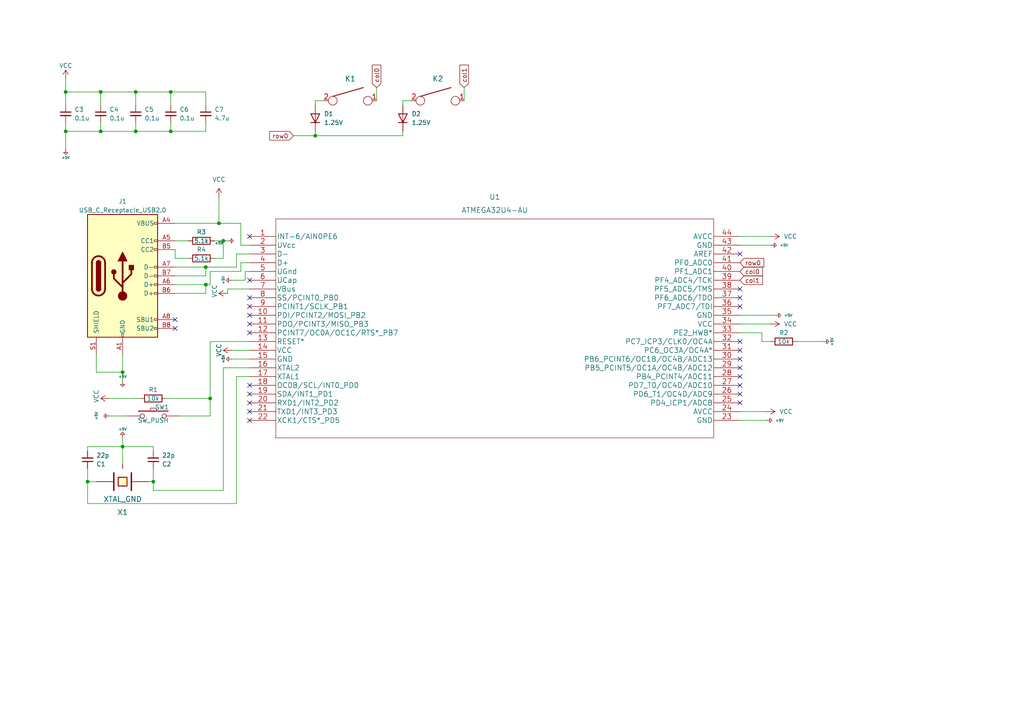
<source format=kicad_sch>
(kicad_sch (version 20211123) (generator eeschema)

  (uuid 9538e4ed-27e6-4c37-b989-9859dc0d49e8)

  (paper "A4")

  (lib_symbols
    (symbol "2022-01-05_06-15-22:ATMEGA32U4-AU" (pin_names (offset 0.254)) (in_bom yes) (on_board yes)
      (property "Reference" "U" (id 0) (at 71.12 10.16 0)
        (effects (font (size 1.524 1.524)))
      )
      (property "Value" "ATMEGA32U4-AU" (id 1) (at 71.12 7.62 0)
        (effects (font (size 1.524 1.524)))
      )
      (property "Footprint" "44ML_ATM" (id 2) (at 71.12 6.096 0)
        (effects (font (size 1.524 1.524)) hide)
      )
      (property "Datasheet" "" (id 3) (at 0 0 0)
        (effects (font (size 1.524 1.524)))
      )
      (property "ki_locked" "" (id 4) (at 0 0 0)
        (effects (font (size 1.27 1.27)))
      )
      (property "ki_fp_filters" "44ML_ATM 44ML_ATM-M 44ML_ATM-L" (id 5) (at 0 0 0)
        (effects (font (size 1.27 1.27)) hide)
      )
      (symbol "ATMEGA32U4-AU_1_1"
        (polyline
          (pts
            (xy 7.62 -58.42)
            (xy 134.62 -58.42)
          )
          (stroke (width 0.127) (type default) (color 0 0 0 0))
          (fill (type none))
        )
        (polyline
          (pts
            (xy 7.62 5.08)
            (xy 7.62 -58.42)
          )
          (stroke (width 0.127) (type default) (color 0 0 0 0))
          (fill (type none))
        )
        (polyline
          (pts
            (xy 134.62 -58.42)
            (xy 134.62 5.08)
          )
          (stroke (width 0.127) (type default) (color 0 0 0 0))
          (fill (type none))
        )
        (polyline
          (pts
            (xy 134.62 5.08)
            (xy 7.62 5.08)
          )
          (stroke (width 0.127) (type default) (color 0 0 0 0))
          (fill (type none))
        )
        (pin bidirectional line (at 0 0 0) (length 7.62)
          (name "INT-6/AIN0PE6" (effects (font (size 1.4986 1.4986))))
          (number "1" (effects (font (size 1.4986 1.4986))))
        )
        (pin bidirectional line (at 0 -22.86 0) (length 7.62)
          (name "PDI/PCINT2/MOSI_PB2" (effects (font (size 1.4986 1.4986))))
          (number "10" (effects (font (size 1.4986 1.4986))))
        )
        (pin bidirectional line (at 0 -25.4 0) (length 7.62)
          (name "PDO/PCINT3/MISO_PB3" (effects (font (size 1.4986 1.4986))))
          (number "11" (effects (font (size 1.4986 1.4986))))
        )
        (pin bidirectional line (at 0 -27.94 0) (length 7.62)
          (name "PCINT7/OC0A/OC1C/RTS*_PB7" (effects (font (size 1.4986 1.4986))))
          (number "12" (effects (font (size 1.4986 1.4986))))
        )
        (pin input line (at 0 -30.48 0) (length 7.62)
          (name "RESET*" (effects (font (size 1.4986 1.4986))))
          (number "13" (effects (font (size 1.4986 1.4986))))
        )
        (pin power_in line (at 0 -33.02 0) (length 7.62)
          (name "VCC" (effects (font (size 1.4986 1.4986))))
          (number "14" (effects (font (size 1.4986 1.4986))))
        )
        (pin power_in line (at 0 -35.56 0) (length 7.62)
          (name "GND" (effects (font (size 1.4986 1.4986))))
          (number "15" (effects (font (size 1.4986 1.4986))))
        )
        (pin output line (at 0 -38.1 0) (length 7.62)
          (name "XTAL2" (effects (font (size 1.4986 1.4986))))
          (number "16" (effects (font (size 1.4986 1.4986))))
        )
        (pin input line (at 0 -40.64 0) (length 7.62)
          (name "XTAL1" (effects (font (size 1.4986 1.4986))))
          (number "17" (effects (font (size 1.4986 1.4986))))
        )
        (pin bidirectional line (at 0 -43.18 0) (length 7.62)
          (name "OC0B/SCL/INT0_PD0" (effects (font (size 1.4986 1.4986))))
          (number "18" (effects (font (size 1.4986 1.4986))))
        )
        (pin bidirectional line (at 0 -45.72 0) (length 7.62)
          (name "SDA/INT1_PD1" (effects (font (size 1.4986 1.4986))))
          (number "19" (effects (font (size 1.4986 1.4986))))
        )
        (pin power_in line (at 0 -2.54 0) (length 7.62)
          (name "UVcc" (effects (font (size 1.4986 1.4986))))
          (number "2" (effects (font (size 1.4986 1.4986))))
        )
        (pin bidirectional line (at 0 -48.26 0) (length 7.62)
          (name "RXD1/INT2_PD2" (effects (font (size 1.4986 1.4986))))
          (number "20" (effects (font (size 1.4986 1.4986))))
        )
        (pin bidirectional line (at 0 -50.8 0) (length 7.62)
          (name "TXD1/INT3_PD3" (effects (font (size 1.4986 1.4986))))
          (number "21" (effects (font (size 1.4986 1.4986))))
        )
        (pin bidirectional line (at 0 -53.34 0) (length 7.62)
          (name "XCK1/CTS*_PD5" (effects (font (size 1.4986 1.4986))))
          (number "22" (effects (font (size 1.4986 1.4986))))
        )
        (pin power_in line (at 142.24 -53.34 180) (length 7.62)
          (name "GND" (effects (font (size 1.4986 1.4986))))
          (number "23" (effects (font (size 1.4986 1.4986))))
        )
        (pin power_in line (at 142.24 -50.8 180) (length 7.62)
          (name "AVCC" (effects (font (size 1.4986 1.4986))))
          (number "24" (effects (font (size 1.4986 1.4986))))
        )
        (pin bidirectional line (at 142.24 -48.26 180) (length 7.62)
          (name "PD4_ICP1/ADC8" (effects (font (size 1.4986 1.4986))))
          (number "25" (effects (font (size 1.4986 1.4986))))
        )
        (pin bidirectional line (at 142.24 -45.72 180) (length 7.62)
          (name "PD6_T1/OC4D/ADC9" (effects (font (size 1.4986 1.4986))))
          (number "26" (effects (font (size 1.4986 1.4986))))
        )
        (pin bidirectional line (at 142.24 -43.18 180) (length 7.62)
          (name "PD7_T0/OC4D/ADC10" (effects (font (size 1.4986 1.4986))))
          (number "27" (effects (font (size 1.4986 1.4986))))
        )
        (pin bidirectional line (at 142.24 -40.64 180) (length 7.62)
          (name "PB4_PCINT4/ADC11" (effects (font (size 1.4986 1.4986))))
          (number "28" (effects (font (size 1.4986 1.4986))))
        )
        (pin bidirectional line (at 142.24 -38.1 180) (length 7.62)
          (name "PB5_PCINT5/OC1A/OC4B/ADC12" (effects (font (size 1.4986 1.4986))))
          (number "29" (effects (font (size 1.4986 1.4986))))
        )
        (pin unspecified line (at 0 -5.08 0) (length 7.62)
          (name "D-" (effects (font (size 1.4986 1.4986))))
          (number "3" (effects (font (size 1.4986 1.4986))))
        )
        (pin bidirectional line (at 142.24 -35.56 180) (length 7.62)
          (name "PB6_PCINT6/OC1B/OC4B/ADC13" (effects (font (size 1.4986 1.4986))))
          (number "30" (effects (font (size 1.4986 1.4986))))
        )
        (pin bidirectional line (at 142.24 -33.02 180) (length 7.62)
          (name "PC6_OC3A/OC4A*" (effects (font (size 1.4986 1.4986))))
          (number "31" (effects (font (size 1.4986 1.4986))))
        )
        (pin bidirectional line (at 142.24 -30.48 180) (length 7.62)
          (name "PC7_ICP3/CLK0/OC4A" (effects (font (size 1.4986 1.4986))))
          (number "32" (effects (font (size 1.4986 1.4986))))
        )
        (pin bidirectional line (at 142.24 -27.94 180) (length 7.62)
          (name "PE2_HWB*" (effects (font (size 1.4986 1.4986))))
          (number "33" (effects (font (size 1.4986 1.4986))))
        )
        (pin power_in line (at 142.24 -25.4 180) (length 7.62)
          (name "VCC" (effects (font (size 1.4986 1.4986))))
          (number "34" (effects (font (size 1.4986 1.4986))))
        )
        (pin power_in line (at 142.24 -22.86 180) (length 7.62)
          (name "GND" (effects (font (size 1.4986 1.4986))))
          (number "35" (effects (font (size 1.4986 1.4986))))
        )
        (pin bidirectional line (at 142.24 -20.32 180) (length 7.62)
          (name "PF7_ADC7/TDI" (effects (font (size 1.4986 1.4986))))
          (number "36" (effects (font (size 1.4986 1.4986))))
        )
        (pin bidirectional line (at 142.24 -17.78 180) (length 7.62)
          (name "PF6_ADC6/TDO" (effects (font (size 1.4986 1.4986))))
          (number "37" (effects (font (size 1.4986 1.4986))))
        )
        (pin bidirectional line (at 142.24 -15.24 180) (length 7.62)
          (name "PF5_ADC5/TMS" (effects (font (size 1.4986 1.4986))))
          (number "38" (effects (font (size 1.4986 1.4986))))
        )
        (pin bidirectional line (at 142.24 -12.7 180) (length 7.62)
          (name "PF4_ADC4/TCK" (effects (font (size 1.4986 1.4986))))
          (number "39" (effects (font (size 1.4986 1.4986))))
        )
        (pin unspecified line (at 0 -7.62 0) (length 7.62)
          (name "D+" (effects (font (size 1.4986 1.4986))))
          (number "4" (effects (font (size 1.4986 1.4986))))
        )
        (pin bidirectional line (at 142.24 -10.16 180) (length 7.62)
          (name "PF1_ADC1" (effects (font (size 1.4986 1.4986))))
          (number "40" (effects (font (size 1.4986 1.4986))))
        )
        (pin bidirectional line (at 142.24 -7.62 180) (length 7.62)
          (name "PF0_ADC0" (effects (font (size 1.4986 1.4986))))
          (number "41" (effects (font (size 1.4986 1.4986))))
        )
        (pin unspecified line (at 142.24 -5.08 180) (length 7.62)
          (name "AREF" (effects (font (size 1.4986 1.4986))))
          (number "42" (effects (font (size 1.4986 1.4986))))
        )
        (pin power_in line (at 142.24 -2.54 180) (length 7.62)
          (name "GND" (effects (font (size 1.4986 1.4986))))
          (number "43" (effects (font (size 1.4986 1.4986))))
        )
        (pin power_in line (at 142.24 0 180) (length 7.62)
          (name "AVCC" (effects (font (size 1.4986 1.4986))))
          (number "44" (effects (font (size 1.4986 1.4986))))
        )
        (pin power_in line (at 0 -10.16 0) (length 7.62)
          (name "UGnd" (effects (font (size 1.4986 1.4986))))
          (number "5" (effects (font (size 1.4986 1.4986))))
        )
        (pin power_in line (at 0 -12.7 0) (length 7.62)
          (name "UCap" (effects (font (size 1.4986 1.4986))))
          (number "6" (effects (font (size 1.4986 1.4986))))
        )
        (pin power_in line (at 0 -15.24 0) (length 7.62)
          (name "VBus" (effects (font (size 1.4986 1.4986))))
          (number "7" (effects (font (size 1.4986 1.4986))))
        )
        (pin bidirectional line (at 0 -17.78 0) (length 7.62)
          (name "SS/PCINT0_PB0" (effects (font (size 1.4986 1.4986))))
          (number "8" (effects (font (size 1.4986 1.4986))))
        )
        (pin bidirectional line (at 0 -20.32 0) (length 7.62)
          (name "PCINT1/SCLK_PB1" (effects (font (size 1.4986 1.4986))))
          (number "9" (effects (font (size 1.4986 1.4986))))
        )
      )
    )
    (symbol "Connector:USB_C_Receptacle_USB2.0" (pin_names (offset 1.016)) (in_bom yes) (on_board yes)
      (property "Reference" "J" (id 0) (at -10.16 19.05 0)
        (effects (font (size 1.27 1.27)) (justify left))
      )
      (property "Value" "USB_C_Receptacle_USB2.0" (id 1) (at 19.05 19.05 0)
        (effects (font (size 1.27 1.27)) (justify right))
      )
      (property "Footprint" "" (id 2) (at 3.81 0 0)
        (effects (font (size 1.27 1.27)) hide)
      )
      (property "Datasheet" "https://www.usb.org/sites/default/files/documents/usb_type-c.zip" (id 3) (at 3.81 0 0)
        (effects (font (size 1.27 1.27)) hide)
      )
      (property "ki_keywords" "usb universal serial bus type-C USB2.0" (id 4) (at 0 0 0)
        (effects (font (size 1.27 1.27)) hide)
      )
      (property "ki_description" "USB 2.0-only Type-C Receptacle connector" (id 5) (at 0 0 0)
        (effects (font (size 1.27 1.27)) hide)
      )
      (property "ki_fp_filters" "USB*C*Receptacle*" (id 6) (at 0 0 0)
        (effects (font (size 1.27 1.27)) hide)
      )
      (symbol "USB_C_Receptacle_USB2.0_0_0"
        (rectangle (start -0.254 -17.78) (end 0.254 -16.764)
          (stroke (width 0) (type default) (color 0 0 0 0))
          (fill (type none))
        )
        (rectangle (start 10.16 -14.986) (end 9.144 -15.494)
          (stroke (width 0) (type default) (color 0 0 0 0))
          (fill (type none))
        )
        (rectangle (start 10.16 -12.446) (end 9.144 -12.954)
          (stroke (width 0) (type default) (color 0 0 0 0))
          (fill (type none))
        )
        (rectangle (start 10.16 -4.826) (end 9.144 -5.334)
          (stroke (width 0) (type default) (color 0 0 0 0))
          (fill (type none))
        )
        (rectangle (start 10.16 -2.286) (end 9.144 -2.794)
          (stroke (width 0) (type default) (color 0 0 0 0))
          (fill (type none))
        )
        (rectangle (start 10.16 0.254) (end 9.144 -0.254)
          (stroke (width 0) (type default) (color 0 0 0 0))
          (fill (type none))
        )
        (rectangle (start 10.16 2.794) (end 9.144 2.286)
          (stroke (width 0) (type default) (color 0 0 0 0))
          (fill (type none))
        )
        (rectangle (start 10.16 7.874) (end 9.144 7.366)
          (stroke (width 0) (type default) (color 0 0 0 0))
          (fill (type none))
        )
        (rectangle (start 10.16 10.414) (end 9.144 9.906)
          (stroke (width 0) (type default) (color 0 0 0 0))
          (fill (type none))
        )
        (rectangle (start 10.16 15.494) (end 9.144 14.986)
          (stroke (width 0) (type default) (color 0 0 0 0))
          (fill (type none))
        )
      )
      (symbol "USB_C_Receptacle_USB2.0_0_1"
        (rectangle (start -10.16 17.78) (end 10.16 -17.78)
          (stroke (width 0.254) (type default) (color 0 0 0 0))
          (fill (type background))
        )
        (arc (start -8.89 -3.81) (mid -6.985 -5.715) (end -5.08 -3.81)
          (stroke (width 0.508) (type default) (color 0 0 0 0))
          (fill (type none))
        )
        (arc (start -7.62 -3.81) (mid -6.985 -4.445) (end -6.35 -3.81)
          (stroke (width 0.254) (type default) (color 0 0 0 0))
          (fill (type none))
        )
        (arc (start -7.62 -3.81) (mid -6.985 -4.445) (end -6.35 -3.81)
          (stroke (width 0.254) (type default) (color 0 0 0 0))
          (fill (type outline))
        )
        (rectangle (start -7.62 -3.81) (end -6.35 3.81)
          (stroke (width 0.254) (type default) (color 0 0 0 0))
          (fill (type outline))
        )
        (arc (start -6.35 3.81) (mid -6.985 4.445) (end -7.62 3.81)
          (stroke (width 0.254) (type default) (color 0 0 0 0))
          (fill (type none))
        )
        (arc (start -6.35 3.81) (mid -6.985 4.445) (end -7.62 3.81)
          (stroke (width 0.254) (type default) (color 0 0 0 0))
          (fill (type outline))
        )
        (arc (start -5.08 3.81) (mid -6.985 5.715) (end -8.89 3.81)
          (stroke (width 0.508) (type default) (color 0 0 0 0))
          (fill (type none))
        )
        (circle (center -2.54 1.143) (radius 0.635)
          (stroke (width 0.254) (type default) (color 0 0 0 0))
          (fill (type outline))
        )
        (circle (center 0 -5.842) (radius 1.27)
          (stroke (width 0) (type default) (color 0 0 0 0))
          (fill (type outline))
        )
        (polyline
          (pts
            (xy -8.89 -3.81)
            (xy -8.89 3.81)
          )
          (stroke (width 0.508) (type default) (color 0 0 0 0))
          (fill (type none))
        )
        (polyline
          (pts
            (xy -5.08 3.81)
            (xy -5.08 -3.81)
          )
          (stroke (width 0.508) (type default) (color 0 0 0 0))
          (fill (type none))
        )
        (polyline
          (pts
            (xy 0 -5.842)
            (xy 0 4.318)
          )
          (stroke (width 0.508) (type default) (color 0 0 0 0))
          (fill (type none))
        )
        (polyline
          (pts
            (xy 0 -3.302)
            (xy -2.54 -0.762)
            (xy -2.54 0.508)
          )
          (stroke (width 0.508) (type default) (color 0 0 0 0))
          (fill (type none))
        )
        (polyline
          (pts
            (xy 0 -2.032)
            (xy 2.54 0.508)
            (xy 2.54 1.778)
          )
          (stroke (width 0.508) (type default) (color 0 0 0 0))
          (fill (type none))
        )
        (polyline
          (pts
            (xy -1.27 4.318)
            (xy 0 6.858)
            (xy 1.27 4.318)
            (xy -1.27 4.318)
          )
          (stroke (width 0.254) (type default) (color 0 0 0 0))
          (fill (type outline))
        )
        (rectangle (start 1.905 1.778) (end 3.175 3.048)
          (stroke (width 0.254) (type default) (color 0 0 0 0))
          (fill (type outline))
        )
      )
      (symbol "USB_C_Receptacle_USB2.0_1_1"
        (pin passive line (at 0 -22.86 90) (length 5.08)
          (name "GND" (effects (font (size 1.27 1.27))))
          (number "A1" (effects (font (size 1.27 1.27))))
        )
        (pin passive line (at 0 -22.86 90) (length 5.08) hide
          (name "GND" (effects (font (size 1.27 1.27))))
          (number "A12" (effects (font (size 1.27 1.27))))
        )
        (pin passive line (at 15.24 15.24 180) (length 5.08)
          (name "VBUS" (effects (font (size 1.27 1.27))))
          (number "A4" (effects (font (size 1.27 1.27))))
        )
        (pin bidirectional line (at 15.24 10.16 180) (length 5.08)
          (name "CC1" (effects (font (size 1.27 1.27))))
          (number "A5" (effects (font (size 1.27 1.27))))
        )
        (pin bidirectional line (at 15.24 -2.54 180) (length 5.08)
          (name "D+" (effects (font (size 1.27 1.27))))
          (number "A6" (effects (font (size 1.27 1.27))))
        )
        (pin bidirectional line (at 15.24 2.54 180) (length 5.08)
          (name "D-" (effects (font (size 1.27 1.27))))
          (number "A7" (effects (font (size 1.27 1.27))))
        )
        (pin bidirectional line (at 15.24 -12.7 180) (length 5.08)
          (name "SBU1" (effects (font (size 1.27 1.27))))
          (number "A8" (effects (font (size 1.27 1.27))))
        )
        (pin passive line (at 15.24 15.24 180) (length 5.08) hide
          (name "VBUS" (effects (font (size 1.27 1.27))))
          (number "A9" (effects (font (size 1.27 1.27))))
        )
        (pin passive line (at 0 -22.86 90) (length 5.08) hide
          (name "GND" (effects (font (size 1.27 1.27))))
          (number "B1" (effects (font (size 1.27 1.27))))
        )
        (pin passive line (at 0 -22.86 90) (length 5.08) hide
          (name "GND" (effects (font (size 1.27 1.27))))
          (number "B12" (effects (font (size 1.27 1.27))))
        )
        (pin passive line (at 15.24 15.24 180) (length 5.08) hide
          (name "VBUS" (effects (font (size 1.27 1.27))))
          (number "B4" (effects (font (size 1.27 1.27))))
        )
        (pin bidirectional line (at 15.24 7.62 180) (length 5.08)
          (name "CC2" (effects (font (size 1.27 1.27))))
          (number "B5" (effects (font (size 1.27 1.27))))
        )
        (pin bidirectional line (at 15.24 -5.08 180) (length 5.08)
          (name "D+" (effects (font (size 1.27 1.27))))
          (number "B6" (effects (font (size 1.27 1.27))))
        )
        (pin bidirectional line (at 15.24 0 180) (length 5.08)
          (name "D-" (effects (font (size 1.27 1.27))))
          (number "B7" (effects (font (size 1.27 1.27))))
        )
        (pin bidirectional line (at 15.24 -15.24 180) (length 5.08)
          (name "SBU2" (effects (font (size 1.27 1.27))))
          (number "B8" (effects (font (size 1.27 1.27))))
        )
        (pin passive line (at 15.24 15.24 180) (length 5.08) hide
          (name "VBUS" (effects (font (size 1.27 1.27))))
          (number "B9" (effects (font (size 1.27 1.27))))
        )
        (pin passive line (at -7.62 -22.86 90) (length 5.08)
          (name "SHIELD" (effects (font (size 1.27 1.27))))
          (number "S1" (effects (font (size 1.27 1.27))))
        )
      )
    )
    (symbol "Device:C_Small" (pin_numbers hide) (pin_names (offset 0.254) hide) (in_bom yes) (on_board yes)
      (property "Reference" "C" (id 0) (at 0.254 1.778 0)
        (effects (font (size 1.27 1.27)) (justify left))
      )
      (property "Value" "C_Small" (id 1) (at 0.254 -2.032 0)
        (effects (font (size 1.27 1.27)) (justify left))
      )
      (property "Footprint" "" (id 2) (at 0 0 0)
        (effects (font (size 1.27 1.27)) hide)
      )
      (property "Datasheet" "~" (id 3) (at 0 0 0)
        (effects (font (size 1.27 1.27)) hide)
      )
      (property "ki_keywords" "capacitor cap" (id 4) (at 0 0 0)
        (effects (font (size 1.27 1.27)) hide)
      )
      (property "ki_description" "Unpolarized capacitor, small symbol" (id 5) (at 0 0 0)
        (effects (font (size 1.27 1.27)) hide)
      )
      (property "ki_fp_filters" "C_*" (id 6) (at 0 0 0)
        (effects (font (size 1.27 1.27)) hide)
      )
      (symbol "C_Small_0_1"
        (polyline
          (pts
            (xy -1.524 -0.508)
            (xy 1.524 -0.508)
          )
          (stroke (width 0.3302) (type default) (color 0 0 0 0))
          (fill (type none))
        )
        (polyline
          (pts
            (xy -1.524 0.508)
            (xy 1.524 0.508)
          )
          (stroke (width 0.3048) (type default) (color 0 0 0 0))
          (fill (type none))
        )
      )
      (symbol "C_Small_1_1"
        (pin passive line (at 0 2.54 270) (length 2.032)
          (name "~" (effects (font (size 1.27 1.27))))
          (number "1" (effects (font (size 1.27 1.27))))
        )
        (pin passive line (at 0 -2.54 90) (length 2.032)
          (name "~" (effects (font (size 1.27 1.27))))
          (number "2" (effects (font (size 1.27 1.27))))
        )
      )
    )
    (symbol "Device:D" (pin_numbers hide) (pin_names (offset 1.016) hide) (in_bom yes) (on_board yes)
      (property "Reference" "D" (id 0) (at 0 2.54 0)
        (effects (font (size 1.27 1.27)))
      )
      (property "Value" "D" (id 1) (at 0 -2.54 0)
        (effects (font (size 1.27 1.27)))
      )
      (property "Footprint" "" (id 2) (at 0 0 0)
        (effects (font (size 1.27 1.27)) hide)
      )
      (property "Datasheet" "~" (id 3) (at 0 0 0)
        (effects (font (size 1.27 1.27)) hide)
      )
      (property "ki_keywords" "diode" (id 4) (at 0 0 0)
        (effects (font (size 1.27 1.27)) hide)
      )
      (property "ki_description" "Diode" (id 5) (at 0 0 0)
        (effects (font (size 1.27 1.27)) hide)
      )
      (property "ki_fp_filters" "TO-???* *_Diode_* *SingleDiode* D_*" (id 6) (at 0 0 0)
        (effects (font (size 1.27 1.27)) hide)
      )
      (symbol "D_0_1"
        (polyline
          (pts
            (xy -1.27 1.27)
            (xy -1.27 -1.27)
          )
          (stroke (width 0.254) (type default) (color 0 0 0 0))
          (fill (type none))
        )
        (polyline
          (pts
            (xy 1.27 0)
            (xy -1.27 0)
          )
          (stroke (width 0) (type default) (color 0 0 0 0))
          (fill (type none))
        )
        (polyline
          (pts
            (xy 1.27 1.27)
            (xy 1.27 -1.27)
            (xy -1.27 0)
            (xy 1.27 1.27)
          )
          (stroke (width 0.254) (type default) (color 0 0 0 0))
          (fill (type none))
        )
      )
      (symbol "D_1_1"
        (pin passive line (at -3.81 0 0) (length 2.54)
          (name "K" (effects (font (size 1.27 1.27))))
          (number "1" (effects (font (size 1.27 1.27))))
        )
        (pin passive line (at 3.81 0 180) (length 2.54)
          (name "A" (effects (font (size 1.27 1.27))))
          (number "2" (effects (font (size 1.27 1.27))))
        )
      )
    )
    (symbol "Device:R" (pin_numbers hide) (pin_names (offset 0)) (in_bom yes) (on_board yes)
      (property "Reference" "R" (id 0) (at 2.032 0 90)
        (effects (font (size 1.27 1.27)))
      )
      (property "Value" "R" (id 1) (at 0 0 90)
        (effects (font (size 1.27 1.27)))
      )
      (property "Footprint" "" (id 2) (at -1.778 0 90)
        (effects (font (size 1.27 1.27)) hide)
      )
      (property "Datasheet" "~" (id 3) (at 0 0 0)
        (effects (font (size 1.27 1.27)) hide)
      )
      (property "ki_keywords" "R res resistor" (id 4) (at 0 0 0)
        (effects (font (size 1.27 1.27)) hide)
      )
      (property "ki_description" "Resistor" (id 5) (at 0 0 0)
        (effects (font (size 1.27 1.27)) hide)
      )
      (property "ki_fp_filters" "R_*" (id 6) (at 0 0 0)
        (effects (font (size 1.27 1.27)) hide)
      )
      (symbol "R_0_1"
        (rectangle (start -1.016 -2.54) (end 1.016 2.54)
          (stroke (width 0.254) (type default) (color 0 0 0 0))
          (fill (type none))
        )
      )
      (symbol "R_1_1"
        (pin passive line (at 0 3.81 270) (length 1.27)
          (name "~" (effects (font (size 1.27 1.27))))
          (number "1" (effects (font (size 1.27 1.27))))
        )
        (pin passive line (at 0 -3.81 90) (length 1.27)
          (name "~" (effects (font (size 1.27 1.27))))
          (number "2" (effects (font (size 1.27 1.27))))
        )
      )
    )
    (symbol "keyboard_parts:GND" (power) (pin_names (offset 0)) (in_bom yes) (on_board yes)
      (property "Reference" "#PWR" (id 0) (at 0 1.27 0)
        (effects (font (size 0.508 0.508)) hide)
      )
      (property "Value" "GND" (id 1) (at 0 -2.54 0)
        (effects (font (size 0.762 0.762)))
      )
      (property "Footprint" "" (id 2) (at 0 0 0)
        (effects (font (size 1.524 1.524)))
      )
      (property "Datasheet" "" (id 3) (at 0 0 0)
        (effects (font (size 1.524 1.524)))
      )
      (symbol "GND_0_0"
        (pin power_in line (at 0 0 90) (length 0) hide
          (name "+5V" (effects (font (size 0.508 0.508))))
          (number "1" (effects (font (size 0.254 0.254))))
        )
      )
      (symbol "GND_0_1"
        (polyline
          (pts
            (xy 0 -1.651)
            (xy 0.635 -1.016)
            (xy -0.635 -1.016)
            (xy 0 -1.651)
          )
          (stroke (width 0) (type default) (color 0 0 0 0))
          (fill (type none))
        )
      )
      (symbol "GND_1_1"
        (polyline
          (pts
            (xy 0 0)
            (xy 0 -1.016)
            (xy 0 -1.016)
          )
          (stroke (width 0) (type default) (color 0 0 0 0))
          (fill (type none))
        )
      )
    )
    (symbol "keyboard_parts:KEYSW" (pin_names (offset 1.016)) (in_bom yes) (on_board yes)
      (property "Reference" "K?" (id 0) (at -1.27 0 0)
        (effects (font (size 1.524 1.524)))
      )
      (property "Value" "KEYSW" (id 1) (at 0 -2.54 0)
        (effects (font (size 1.524 1.524)) hide)
      )
      (property "Footprint" "" (id 2) (at 0 0 0)
        (effects (font (size 1.524 1.524)))
      )
      (property "Datasheet" "" (id 3) (at 0 0 0)
        (effects (font (size 1.524 1.524)))
      )
      (symbol "KEYSW_0_1"
        (circle (center -5.08 0) (radius 1.27)
          (stroke (width 0) (type default) (color 0 0 0 0))
          (fill (type none))
        )
        (polyline
          (pts
            (xy -5.08 1.27)
            (xy 3.81 3.81)
          )
          (stroke (width 0.254) (type default) (color 0 0 0 0))
          (fill (type none))
        )
        (circle (center 5.08 0) (radius 1.27)
          (stroke (width 0) (type default) (color 0 0 0 0))
          (fill (type none))
        )
      )
      (symbol "KEYSW_1_1"
        (pin passive line (at 7.62 0 180) (length 1.27)
          (name "~" (effects (font (size 1.524 1.524))))
          (number "1" (effects (font (size 1.524 1.524))))
        )
        (pin passive line (at -7.62 0 0) (length 1.27)
          (name "~" (effects (font (size 1.524 1.524))))
          (number "2" (effects (font (size 1.524 1.524))))
        )
      )
    )
    (symbol "keyboard_parts:SW_PUSH" (pin_numbers hide) (pin_names (offset 1.016) hide) (in_bom yes) (on_board yes)
      (property "Reference" "SW" (id 0) (at 3.81 2.794 0)
        (effects (font (size 1.27 1.27)))
      )
      (property "Value" "SW_PUSH" (id 1) (at 0 -2.032 0)
        (effects (font (size 1.27 1.27)))
      )
      (property "Footprint" "" (id 2) (at 0 0 0)
        (effects (font (size 1.524 1.524)))
      )
      (property "Datasheet" "" (id 3) (at 0 0 0)
        (effects (font (size 1.524 1.524)))
      )
      (symbol "SW_PUSH_0_1"
        (rectangle (start -4.318 1.27) (end 4.318 1.524)
          (stroke (width 0) (type default) (color 0 0 0 0))
          (fill (type none))
        )
        (polyline
          (pts
            (xy -1.016 1.524)
            (xy -0.762 2.286)
            (xy 0.762 2.286)
            (xy 1.016 1.524)
          )
          (stroke (width 0) (type default) (color 0 0 0 0))
          (fill (type none))
        )
        (pin passive inverted (at -7.62 0 0) (length 5.08)
          (name "1" (effects (font (size 1.524 1.524))))
          (number "1" (effects (font (size 1.524 1.524))))
        )
        (pin passive inverted (at 7.62 0 180) (length 5.08)
          (name "2" (effects (font (size 1.524 1.524))))
          (number "2" (effects (font (size 1.524 1.524))))
        )
      )
    )
    (symbol "keyboard_parts:XTAL_GND" (pin_numbers hide) (pin_names (offset 1.016) hide) (in_bom yes) (on_board yes)
      (property "Reference" "X" (id 0) (at 0 3.81 0)
        (effects (font (size 1.524 1.524)))
      )
      (property "Value" "XTAL_GND" (id 1) (at 0 -3.81 0)
        (effects (font (size 1.524 1.524)))
      )
      (property "Footprint" "" (id 2) (at 0 0 0)
        (effects (font (size 1.524 1.524)))
      )
      (property "Datasheet" "" (id 3) (at 0 0 0)
        (effects (font (size 1.524 1.524)))
      )
      (symbol "XTAL_GND_0_1"
        (polyline
          (pts
            (xy -2.54 2.54)
            (xy -2.54 -2.54)
          )
          (stroke (width 0.4064) (type default) (color 0 0 0 0))
          (fill (type none))
        )
        (polyline
          (pts
            (xy 2.54 2.54)
            (xy 2.54 -2.54)
          )
          (stroke (width 0.4064) (type default) (color 0 0 0 0))
          (fill (type none))
        )
        (polyline
          (pts
            (xy -1.27 1.27)
            (xy 1.27 1.27)
            (xy 1.27 -1.27)
            (xy -1.27 -1.27)
            (xy -1.27 1.27)
          )
          (stroke (width 0.3048) (type default) (color 0 0 0 0))
          (fill (type background))
        )
      )
      (symbol "XTAL_GND_1_1"
        (pin passive line (at -7.62 0 0) (length 5.08)
          (name "1" (effects (font (size 1.016 1.016))))
          (number "1" (effects (font (size 1.016 1.016))))
        )
        (pin passive line (at 7.62 0 180) (length 5.08)
          (name "2" (effects (font (size 1.016 1.016))))
          (number "2" (effects (font (size 1.016 1.016))))
        )
        (pin passive line (at 0 -5.08 90) (length 1.27)
          (name "~" (effects (font (size 1.27 1.27))))
          (number "3" (effects (font (size 1.27 1.27))))
        )
      )
    )
    (symbol "power:VCC" (power) (pin_names (offset 0)) (in_bom yes) (on_board yes)
      (property "Reference" "#PWR" (id 0) (at 0 -3.81 0)
        (effects (font (size 1.27 1.27)) hide)
      )
      (property "Value" "VCC" (id 1) (at 0 3.81 0)
        (effects (font (size 1.27 1.27)))
      )
      (property "Footprint" "" (id 2) (at 0 0 0)
        (effects (font (size 1.27 1.27)) hide)
      )
      (property "Datasheet" "" (id 3) (at 0 0 0)
        (effects (font (size 1.27 1.27)) hide)
      )
      (property "ki_keywords" "power-flag" (id 4) (at 0 0 0)
        (effects (font (size 1.27 1.27)) hide)
      )
      (property "ki_description" "Power symbol creates a global label with name \"VCC\"" (id 5) (at 0 0 0)
        (effects (font (size 1.27 1.27)) hide)
      )
      (symbol "VCC_0_1"
        (polyline
          (pts
            (xy -0.762 1.27)
            (xy 0 2.54)
          )
          (stroke (width 0) (type default) (color 0 0 0 0))
          (fill (type none))
        )
        (polyline
          (pts
            (xy 0 0)
            (xy 0 2.54)
          )
          (stroke (width 0) (type default) (color 0 0 0 0))
          (fill (type none))
        )
        (polyline
          (pts
            (xy 0 2.54)
            (xy 0.762 1.27)
          )
          (stroke (width 0) (type default) (color 0 0 0 0))
          (fill (type none))
        )
      )
      (symbol "VCC_1_1"
        (pin power_in line (at 0 0 90) (length 0) hide
          (name "VCC" (effects (font (size 1.27 1.27))))
          (number "1" (effects (font (size 1.27 1.27))))
        )
      )
    )
  )

  (junction (at 63.5 64.77) (diameter 0) (color 0 0 0 0)
    (uuid 3721b4a1-0836-4698-a6fc-e47aa9625b10)
  )
  (junction (at 49.53 26.67) (diameter 0) (color 0 0 0 0)
    (uuid 3e83a78b-98de-4964-84f4-62885e3e67e9)
  )
  (junction (at 49.53 38.1) (diameter 0) (color 0 0 0 0)
    (uuid 44fd42de-2abe-4484-9be0-6fa1973625e0)
  )
  (junction (at 35.56 107.95) (diameter 0) (color 0 0 0 0)
    (uuid 47ad866d-2717-4a8a-9f10-bb5311d60938)
  )
  (junction (at 59.69 82.55) (diameter 0) (color 0 0 0 0)
    (uuid 48fe6d98-0940-4361-9804-d592db196cfc)
  )
  (junction (at 35.56 129.54) (diameter 0) (color 0 0 0 0)
    (uuid 49a18cf9-a367-4850-8a10-3cb63431baa4)
  )
  (junction (at 19.05 38.1) (diameter 0) (color 0 0 0 0)
    (uuid 700f448d-da7a-4492-a9cb-c73aa6812dfd)
  )
  (junction (at 59.69 77.47) (diameter 0) (color 0 0 0 0)
    (uuid 7c608573-4dbd-4848-a46b-e6679c3f1901)
  )
  (junction (at 29.21 38.1) (diameter 0) (color 0 0 0 0)
    (uuid 9786ba1f-efab-4325-94d7-45acab99910d)
  )
  (junction (at 25.4 139.7) (diameter 0) (color 0 0 0 0)
    (uuid 9f9c0ff2-7400-44ac-b2f4-a71f4b204f40)
  )
  (junction (at 39.37 26.67) (diameter 0) (color 0 0 0 0)
    (uuid afb27458-b163-4f20-908f-0a88e1883e94)
  )
  (junction (at 64.77 69.85) (diameter 0) (color 0 0 0 0)
    (uuid b83d0f6b-ce5b-4676-9240-968e09661fde)
  )
  (junction (at 44.45 139.7) (diameter 0) (color 0 0 0 0)
    (uuid c9ecc6d4-a43f-44fa-9005-3bfb383e1d6f)
  )
  (junction (at 60.96 115.57) (diameter 0) (color 0 0 0 0)
    (uuid d0610286-76cd-4d14-a16b-20991ad386c9)
  )
  (junction (at 91.44 39.37) (diameter 0) (color 0 0 0 0)
    (uuid efdfe332-4959-41a1-ab1f-611c8868e3a5)
  )
  (junction (at 19.05 26.67) (diameter 0) (color 0 0 0 0)
    (uuid f44ac7ca-2905-42f7-8df5-9514c5b26b76)
  )
  (junction (at 29.21 26.67) (diameter 0) (color 0 0 0 0)
    (uuid f6d4e03d-a8ad-452e-b6b4-6859e8377c10)
  )
  (junction (at 39.37 38.1) (diameter 0) (color 0 0 0 0)
    (uuid f73bf9bd-4b79-47c5-8462-bbf9b95904c0)
  )

  (no_connect (at 50.8 95.25) (uuid 3699ed52-3eb0-4748-bba1-bebcbdc7d054))
  (no_connect (at 50.8 92.71) (uuid 3699ed52-3eb0-4748-bba1-bebcbdc7d055))
  (no_connect (at 214.63 73.66) (uuid 7a59de7b-8607-4d33-9894-054a27b615b9))
  (no_connect (at 214.63 83.82) (uuid 7a59de7b-8607-4d33-9894-054a27b615ba))
  (no_connect (at 214.63 86.36) (uuid 7a59de7b-8607-4d33-9894-054a27b615bb))
  (no_connect (at 214.63 88.9) (uuid 7a59de7b-8607-4d33-9894-054a27b615bc))
  (no_connect (at 72.39 111.76) (uuid 7a59de7b-8607-4d33-9894-054a27b615bd))
  (no_connect (at 72.39 114.3) (uuid 7a59de7b-8607-4d33-9894-054a27b615be))
  (no_connect (at 72.39 116.84) (uuid 7a59de7b-8607-4d33-9894-054a27b615bf))
  (no_connect (at 72.39 119.38) (uuid 7a59de7b-8607-4d33-9894-054a27b615c0))
  (no_connect (at 72.39 121.92) (uuid 7a59de7b-8607-4d33-9894-054a27b615c1))
  (no_connect (at 214.63 99.06) (uuid 7a59de7b-8607-4d33-9894-054a27b615c2))
  (no_connect (at 214.63 101.6) (uuid 7a59de7b-8607-4d33-9894-054a27b615c3))
  (no_connect (at 72.39 68.58) (uuid c9f74bb0-f887-4ee1-8991-9016726bda69))
  (no_connect (at 72.39 81.28) (uuid c9f74bb0-f887-4ee1-8991-9016726bda6a))
  (no_connect (at 72.39 86.36) (uuid c9f74bb0-f887-4ee1-8991-9016726bda6b))
  (no_connect (at 72.39 88.9) (uuid c9f74bb0-f887-4ee1-8991-9016726bda6c))
  (no_connect (at 72.39 91.44) (uuid c9f74bb0-f887-4ee1-8991-9016726bda6d))
  (no_connect (at 72.39 93.98) (uuid c9f74bb0-f887-4ee1-8991-9016726bda6e))
  (no_connect (at 72.39 96.52) (uuid c9f74bb0-f887-4ee1-8991-9016726bda6f))
  (no_connect (at 214.63 104.14) (uuid e530be15-7848-423c-bb3e-31f76325828b))
  (no_connect (at 214.63 106.68) (uuid e530be15-7848-423c-bb3e-31f76325828c))
  (no_connect (at 214.63 109.22) (uuid e530be15-7848-423c-bb3e-31f76325828d))
  (no_connect (at 214.63 111.76) (uuid e530be15-7848-423c-bb3e-31f76325828e))
  (no_connect (at 214.63 114.3) (uuid e530be15-7848-423c-bb3e-31f76325828f))
  (no_connect (at 214.63 116.84) (uuid e530be15-7848-423c-bb3e-31f763258290))

  (wire (pts (xy 50.8 64.77) (xy 63.5 64.77))
    (stroke (width 0) (type default) (color 0 0 0 0))
    (uuid 03e6e53e-2294-4c17-8562-f1d13ac7052a)
  )
  (wire (pts (xy 44.45 135.89) (xy 44.45 139.7))
    (stroke (width 0) (type default) (color 0 0 0 0))
    (uuid 04676fbd-87e0-49eb-a737-5303d42ffa74)
  )
  (wire (pts (xy 49.53 26.67) (xy 49.53 30.48))
    (stroke (width 0) (type default) (color 0 0 0 0))
    (uuid 06e8feec-a5bb-4cea-8e4b-10a99621871c)
  )
  (wire (pts (xy 67.31 101.6) (xy 72.39 101.6))
    (stroke (width 0) (type default) (color 0 0 0 0))
    (uuid 0a882387-1f1e-468d-a004-65a780355218)
  )
  (wire (pts (xy 59.69 82.55) (xy 59.69 85.09))
    (stroke (width 0) (type default) (color 0 0 0 0))
    (uuid 0e13a819-0db4-4dfe-a95f-2a85ed7a0664)
  )
  (wire (pts (xy 72.39 99.06) (xy 60.96 99.06))
    (stroke (width 0) (type default) (color 0 0 0 0))
    (uuid 10d2b0df-90ad-4ae5-8a3a-3b52d528a1bd)
  )
  (wire (pts (xy 43.18 139.7) (xy 44.45 139.7))
    (stroke (width 0) (type default) (color 0 0 0 0))
    (uuid 17fbacb3-c403-4125-b757-1f1689e2fa19)
  )
  (wire (pts (xy 60.96 115.57) (xy 48.26 115.57))
    (stroke (width 0) (type default) (color 0 0 0 0))
    (uuid 1bdcd185-fd4a-41c9-ae6d-61ecb2b80986)
  )
  (wire (pts (xy 69.85 64.77) (xy 69.85 71.12))
    (stroke (width 0) (type default) (color 0 0 0 0))
    (uuid 1c0cd052-f1aa-4500-adf9-a34fd249d71e)
  )
  (wire (pts (xy 44.45 130.81) (xy 44.45 129.54))
    (stroke (width 0) (type default) (color 0 0 0 0))
    (uuid 1fbe8b47-9e24-4fec-971c-121b800d3594)
  )
  (wire (pts (xy 35.56 107.95) (xy 35.56 110.49))
    (stroke (width 0) (type default) (color 0 0 0 0))
    (uuid 29c5d17f-ccec-47aa-a8de-6e801d1b09e9)
  )
  (wire (pts (xy 50.8 77.47) (xy 59.69 77.47))
    (stroke (width 0) (type default) (color 0 0 0 0))
    (uuid 2cbd2ef6-9aaf-48ac-ae09-f0089108e61e)
  )
  (wire (pts (xy 59.69 82.55) (xy 60.96 82.55))
    (stroke (width 0) (type default) (color 0 0 0 0))
    (uuid 2db24a5c-c39e-4cf5-be48-954fe1fc185a)
  )
  (wire (pts (xy 31.75 115.57) (xy 40.64 115.57))
    (stroke (width 0) (type default) (color 0 0 0 0))
    (uuid 2e23fdf4-321d-4c47-a9f2-8111308ae6cc)
  )
  (wire (pts (xy 59.69 35.56) (xy 59.69 38.1))
    (stroke (width 0) (type default) (color 0 0 0 0))
    (uuid 30e036c1-c74f-4795-af5c-4cdff160135b)
  )
  (wire (pts (xy 25.4 139.7) (xy 27.94 139.7))
    (stroke (width 0) (type default) (color 0 0 0 0))
    (uuid 31094034-f8af-4185-a251-ed96652f6032)
  )
  (wire (pts (xy 19.05 35.56) (xy 19.05 38.1))
    (stroke (width 0) (type default) (color 0 0 0 0))
    (uuid 3263ebdb-6c06-4195-8eeb-8393b70ef635)
  )
  (wire (pts (xy 39.37 38.1) (xy 29.21 38.1))
    (stroke (width 0) (type default) (color 0 0 0 0))
    (uuid 358949bd-aa43-4334-b205-46832cdbcde1)
  )
  (wire (pts (xy 85.09 39.37) (xy 91.44 39.37))
    (stroke (width 0) (type default) (color 0 0 0 0))
    (uuid 394109ee-b9c7-487d-8479-8e37e1cee6a4)
  )
  (wire (pts (xy 214.63 96.52) (xy 220.98 96.52))
    (stroke (width 0) (type default) (color 0 0 0 0))
    (uuid 3c9d9c12-cb05-43db-92f6-58b56b60051a)
  )
  (wire (pts (xy 91.44 38.1) (xy 91.44 39.37))
    (stroke (width 0) (type default) (color 0 0 0 0))
    (uuid 3ee0641c-ab8a-4af3-8847-0b98ec0da0c7)
  )
  (wire (pts (xy 49.53 38.1) (xy 39.37 38.1))
    (stroke (width 0) (type default) (color 0 0 0 0))
    (uuid 4024b39b-f87f-4bd4-8cae-c0d42dc59ec1)
  )
  (wire (pts (xy 62.23 74.93) (xy 64.77 74.93))
    (stroke (width 0) (type default) (color 0 0 0 0))
    (uuid 4395f8e0-39ed-4c1c-92dd-214eff1f155f)
  )
  (wire (pts (xy 25.4 130.81) (xy 25.4 129.54))
    (stroke (width 0) (type default) (color 0 0 0 0))
    (uuid 43d0b1ca-43c7-451e-b4ee-f599e4c013c3)
  )
  (wire (pts (xy 27.94 107.95) (xy 35.56 107.95))
    (stroke (width 0) (type default) (color 0 0 0 0))
    (uuid 4a4d9b9b-c50f-4ef0-8277-cdd97ceed0a6)
  )
  (wire (pts (xy 134.62 25.4) (xy 134.62 29.21))
    (stroke (width 0) (type default) (color 0 0 0 0))
    (uuid 4b4ed221-314e-4518-ac5b-a8b430eb3c5c)
  )
  (wire (pts (xy 35.56 127) (xy 35.56 129.54))
    (stroke (width 0) (type default) (color 0 0 0 0))
    (uuid 4de1cacd-413d-48c7-87e8-f987dc1284d3)
  )
  (wire (pts (xy 60.96 78.74) (xy 69.85 78.74))
    (stroke (width 0) (type default) (color 0 0 0 0))
    (uuid 4e312566-c1a6-4dfd-a9ef-e37165ded1f8)
  )
  (wire (pts (xy 66.04 83.82) (xy 66.04 85.09))
    (stroke (width 0) (type default) (color 0 0 0 0))
    (uuid 4ea71714-579c-4531-9d39-39dfc79fcde9)
  )
  (wire (pts (xy 35.56 102.87) (xy 35.56 107.95))
    (stroke (width 0) (type default) (color 0 0 0 0))
    (uuid 5101365b-b4be-4f1c-9fa1-be6db4bb58c3)
  )
  (wire (pts (xy 59.69 77.47) (xy 68.58 77.47))
    (stroke (width 0) (type default) (color 0 0 0 0))
    (uuid 5220cd99-aa3c-4da8-930a-74a1db9a65af)
  )
  (wire (pts (xy 214.63 93.98) (xy 223.52 93.98))
    (stroke (width 0) (type default) (color 0 0 0 0))
    (uuid 53b21f14-cc86-45e3-a223-7fdefc00b994)
  )
  (wire (pts (xy 68.58 77.47) (xy 68.58 73.66))
    (stroke (width 0) (type default) (color 0 0 0 0))
    (uuid 540b9763-4dff-4dd4-b1b4-d5d0f4850823)
  )
  (wire (pts (xy 64.77 69.85) (xy 62.23 69.85))
    (stroke (width 0) (type default) (color 0 0 0 0))
    (uuid 57267172-a19f-4613-83c0-cf6edb23d822)
  )
  (wire (pts (xy 72.39 109.22) (xy 68.58 109.22))
    (stroke (width 0) (type default) (color 0 0 0 0))
    (uuid 575034f7-c51c-4924-8e66-7f66e75fed1c)
  )
  (wire (pts (xy 50.8 72.39) (xy 50.8 74.93))
    (stroke (width 0) (type default) (color 0 0 0 0))
    (uuid 5c1439c6-1709-47b6-89f0-0c41f9c6efe6)
  )
  (wire (pts (xy 67.31 104.14) (xy 72.39 104.14))
    (stroke (width 0) (type default) (color 0 0 0 0))
    (uuid 5cf14793-3baf-4d13-82ca-4491f9ee0b98)
  )
  (wire (pts (xy 50.8 82.55) (xy 59.69 82.55))
    (stroke (width 0) (type default) (color 0 0 0 0))
    (uuid 5da56f5e-7f3f-4200-883a-8d778ad928f2)
  )
  (wire (pts (xy 19.05 26.67) (xy 29.21 26.67))
    (stroke (width 0) (type default) (color 0 0 0 0))
    (uuid 60844667-e45a-49e4-8967-803b66d26bff)
  )
  (wire (pts (xy 49.53 26.67) (xy 59.69 26.67))
    (stroke (width 0) (type default) (color 0 0 0 0))
    (uuid 60e3e36a-4105-4279-a08a-ed3cb646a7ad)
  )
  (wire (pts (xy 71.12 78.74) (xy 71.12 81.28))
    (stroke (width 0) (type default) (color 0 0 0 0))
    (uuid 63981296-d007-4533-a081-fd23abde5836)
  )
  (wire (pts (xy 69.85 76.2) (xy 72.39 76.2))
    (stroke (width 0) (type default) (color 0 0 0 0))
    (uuid 6a123415-5f52-42c7-9e74-b1f00ee066a6)
  )
  (wire (pts (xy 44.45 129.54) (xy 35.56 129.54))
    (stroke (width 0) (type default) (color 0 0 0 0))
    (uuid 6b312e33-c3d7-43c0-b4ab-2a9a94a00caf)
  )
  (wire (pts (xy 69.85 71.12) (xy 72.39 71.12))
    (stroke (width 0) (type default) (color 0 0 0 0))
    (uuid 6cd74d38-6fc9-4578-98da-3e35c28484ef)
  )
  (wire (pts (xy 60.96 120.65) (xy 52.07 120.65))
    (stroke (width 0) (type default) (color 0 0 0 0))
    (uuid 6dd7f9da-2b43-4d5d-a165-a7f723b45d5f)
  )
  (wire (pts (xy 29.21 26.67) (xy 29.21 30.48))
    (stroke (width 0) (type default) (color 0 0 0 0))
    (uuid 6e636d70-befd-4d72-9147-d60e284c9a12)
  )
  (wire (pts (xy 72.39 83.82) (xy 66.04 83.82))
    (stroke (width 0) (type default) (color 0 0 0 0))
    (uuid 74788efd-194c-4b1e-af41-9c70ac5fd17a)
  )
  (wire (pts (xy 64.77 69.85) (xy 66.04 69.85))
    (stroke (width 0) (type default) (color 0 0 0 0))
    (uuid 7b9e7990-d7e2-4546-8f7a-444b3a5e8202)
  )
  (wire (pts (xy 39.37 26.67) (xy 49.53 26.67))
    (stroke (width 0) (type default) (color 0 0 0 0))
    (uuid 7fbd2070-8c6c-4c9b-83ce-62e0461ac5ca)
  )
  (wire (pts (xy 44.45 139.7) (xy 44.45 142.24))
    (stroke (width 0) (type default) (color 0 0 0 0))
    (uuid 83fbe4c9-5a76-42db-84a8-7f047fa3aef5)
  )
  (wire (pts (xy 64.77 106.68) (xy 64.77 142.24))
    (stroke (width 0) (type default) (color 0 0 0 0))
    (uuid 86867006-c5e1-4d9f-9be0-771edae9008d)
  )
  (wire (pts (xy 220.98 99.06) (xy 223.52 99.06))
    (stroke (width 0) (type default) (color 0 0 0 0))
    (uuid 875155da-2cf5-40b4-ad03-b80cf821558a)
  )
  (wire (pts (xy 27.94 102.87) (xy 27.94 107.95))
    (stroke (width 0) (type default) (color 0 0 0 0))
    (uuid 895a4e0b-889e-45c0-8b3a-8d547d6acde4)
  )
  (wire (pts (xy 60.96 115.57) (xy 60.96 120.65))
    (stroke (width 0) (type default) (color 0 0 0 0))
    (uuid 8acdc803-8e75-4aab-a96f-391ec3bd46b3)
  )
  (wire (pts (xy 19.05 26.67) (xy 19.05 30.48))
    (stroke (width 0) (type default) (color 0 0 0 0))
    (uuid 94fd1f74-d65f-4867-99b9-45c8691b542a)
  )
  (wire (pts (xy 91.44 29.21) (xy 93.98 29.21))
    (stroke (width 0) (type default) (color 0 0 0 0))
    (uuid 958bf1b9-4e4e-41b4-bc5f-2d922299a9df)
  )
  (wire (pts (xy 60.96 99.06) (xy 60.96 115.57))
    (stroke (width 0) (type default) (color 0 0 0 0))
    (uuid 997225dc-e2c3-48f9-a17f-caed45b6b1f4)
  )
  (wire (pts (xy 116.84 29.21) (xy 119.38 29.21))
    (stroke (width 0) (type default) (color 0 0 0 0))
    (uuid 9c46b172-7708-4863-9418-aea5f980c1d5)
  )
  (wire (pts (xy 71.12 81.28) (xy 67.31 81.28))
    (stroke (width 0) (type default) (color 0 0 0 0))
    (uuid 9d363682-f392-4088-b535-61ff7437a3a9)
  )
  (wire (pts (xy 60.96 82.55) (xy 60.96 78.74))
    (stroke (width 0) (type default) (color 0 0 0 0))
    (uuid 9deb28f0-c538-4002-adae-848f79045173)
  )
  (wire (pts (xy 91.44 39.37) (xy 116.84 39.37))
    (stroke (width 0) (type default) (color 0 0 0 0))
    (uuid a074c052-84ea-48e3-be3c-484703178790)
  )
  (wire (pts (xy 35.56 129.54) (xy 35.56 134.62))
    (stroke (width 0) (type default) (color 0 0 0 0))
    (uuid a3ce3463-ac08-41f8-b6f2-b18d4fa01956)
  )
  (wire (pts (xy 68.58 109.22) (xy 68.58 146.05))
    (stroke (width 0) (type default) (color 0 0 0 0))
    (uuid a6f6ac81-9f32-4dc8-8ab5-c9ca71e9f2f4)
  )
  (wire (pts (xy 39.37 35.56) (xy 39.37 38.1))
    (stroke (width 0) (type default) (color 0 0 0 0))
    (uuid a7bba973-fedc-4852-8ac5-0f06d6a45283)
  )
  (wire (pts (xy 39.37 26.67) (xy 39.37 30.48))
    (stroke (width 0) (type default) (color 0 0 0 0))
    (uuid a7d4a55f-6b9a-4a3b-8f46-6af69e8300cc)
  )
  (wire (pts (xy 68.58 73.66) (xy 72.39 73.66))
    (stroke (width 0) (type default) (color 0 0 0 0))
    (uuid ac527a30-f24c-4c3e-bc5c-7e34b3b481b3)
  )
  (wire (pts (xy 19.05 22.86) (xy 19.05 26.67))
    (stroke (width 0) (type default) (color 0 0 0 0))
    (uuid ae198b19-6945-4298-960f-205d1f6a52e4)
  )
  (wire (pts (xy 231.14 99.06) (xy 238.76 99.06))
    (stroke (width 0) (type default) (color 0 0 0 0))
    (uuid ae8a3d3f-674d-460e-8a6b-7b1f474315a8)
  )
  (wire (pts (xy 59.69 38.1) (xy 49.53 38.1))
    (stroke (width 0) (type default) (color 0 0 0 0))
    (uuid b60cf167-f7f3-4c31-b899-fb2e177ec7a7)
  )
  (wire (pts (xy 69.85 78.74) (xy 69.85 76.2))
    (stroke (width 0) (type default) (color 0 0 0 0))
    (uuid b77dd6a4-c2b8-44bd-8177-16ecc37f24c1)
  )
  (wire (pts (xy 72.39 78.74) (xy 71.12 78.74))
    (stroke (width 0) (type default) (color 0 0 0 0))
    (uuid b88da572-11d3-4153-a47e-e4e05bcade90)
  )
  (wire (pts (xy 214.63 68.58) (xy 223.52 68.58))
    (stroke (width 0) (type default) (color 0 0 0 0))
    (uuid badc7619-383b-4ee2-8ae2-81fbaea47b0c)
  )
  (wire (pts (xy 91.44 30.48) (xy 91.44 29.21))
    (stroke (width 0) (type default) (color 0 0 0 0))
    (uuid bf421c72-28c2-4e72-881a-8e4c59f391e7)
  )
  (wire (pts (xy 109.22 25.4) (xy 109.22 29.21))
    (stroke (width 0) (type default) (color 0 0 0 0))
    (uuid bff541f1-37a8-42b0-aa42-381237bbb38c)
  )
  (wire (pts (xy 19.05 38.1) (xy 19.05 43.18))
    (stroke (width 0) (type default) (color 0 0 0 0))
    (uuid c1d9931e-2971-48b8-a6e3-5d4cb207d02f)
  )
  (wire (pts (xy 50.8 85.09) (xy 59.69 85.09))
    (stroke (width 0) (type default) (color 0 0 0 0))
    (uuid c271457a-9cb1-462d-8f4a-9a79da77ddcb)
  )
  (wire (pts (xy 50.8 80.01) (xy 59.69 80.01))
    (stroke (width 0) (type default) (color 0 0 0 0))
    (uuid c367f51c-f504-49c2-85f1-116c39afae32)
  )
  (wire (pts (xy 72.39 106.68) (xy 64.77 106.68))
    (stroke (width 0) (type default) (color 0 0 0 0))
    (uuid c5cdbc8a-18e3-4be6-9cff-2ab0a9b08666)
  )
  (wire (pts (xy 64.77 74.93) (xy 64.77 69.85))
    (stroke (width 0) (type default) (color 0 0 0 0))
    (uuid c879f59d-c3e9-43f5-9a93-06939ebee4cc)
  )
  (wire (pts (xy 25.4 139.7) (xy 25.4 146.05))
    (stroke (width 0) (type default) (color 0 0 0 0))
    (uuid c9c14c03-a55f-443b-a080-881ba7df7105)
  )
  (wire (pts (xy 25.4 135.89) (xy 25.4 139.7))
    (stroke (width 0) (type default) (color 0 0 0 0))
    (uuid cb7d0cd9-3f99-461b-bd86-f36950ecc518)
  )
  (wire (pts (xy 116.84 30.48) (xy 116.84 29.21))
    (stroke (width 0) (type default) (color 0 0 0 0))
    (uuid cd3db824-be8b-4908-8090-a18d303fd3e9)
  )
  (wire (pts (xy 214.63 91.44) (xy 224.79 91.44))
    (stroke (width 0) (type default) (color 0 0 0 0))
    (uuid cd7af393-6d0b-4074-a26f-0bf2d8651662)
  )
  (wire (pts (xy 68.58 146.05) (xy 25.4 146.05))
    (stroke (width 0) (type default) (color 0 0 0 0))
    (uuid cf3999b3-aa12-46a2-8146-f796b44b4796)
  )
  (wire (pts (xy 29.21 26.67) (xy 39.37 26.67))
    (stroke (width 0) (type default) (color 0 0 0 0))
    (uuid d616f66e-45d2-4b17-8f96-622a4902c999)
  )
  (wire (pts (xy 220.98 96.52) (xy 220.98 99.06))
    (stroke (width 0) (type default) (color 0 0 0 0))
    (uuid d6779fad-2b30-4322-bb17-eb94645f08f9)
  )
  (wire (pts (xy 214.63 119.38) (xy 222.25 119.38))
    (stroke (width 0) (type default) (color 0 0 0 0))
    (uuid db713797-efe8-4687-9e8d-95efffdf8278)
  )
  (wire (pts (xy 59.69 77.47) (xy 59.69 80.01))
    (stroke (width 0) (type default) (color 0 0 0 0))
    (uuid dec77527-e00d-498e-bbe1-17b9334cf13a)
  )
  (wire (pts (xy 59.69 26.67) (xy 59.69 30.48))
    (stroke (width 0) (type default) (color 0 0 0 0))
    (uuid dee92299-e8f7-42e1-bbd1-b7de263482de)
  )
  (wire (pts (xy 214.63 121.92) (xy 222.25 121.92))
    (stroke (width 0) (type default) (color 0 0 0 0))
    (uuid deec37cf-968e-4527-8df6-330ebf1de307)
  )
  (wire (pts (xy 49.53 35.56) (xy 49.53 38.1))
    (stroke (width 0) (type default) (color 0 0 0 0))
    (uuid e087ac20-709e-45de-b2bd-2c5a6f54a5c6)
  )
  (wire (pts (xy 64.77 142.24) (xy 44.45 142.24))
    (stroke (width 0) (type default) (color 0 0 0 0))
    (uuid e237ab2e-4d6b-4872-826a-e9bd456c60ea)
  )
  (wire (pts (xy 29.21 35.56) (xy 29.21 38.1))
    (stroke (width 0) (type default) (color 0 0 0 0))
    (uuid e36f78bb-94a6-4922-b20b-7b8e3e8805cd)
  )
  (wire (pts (xy 50.8 69.85) (xy 54.61 69.85))
    (stroke (width 0) (type default) (color 0 0 0 0))
    (uuid e5057644-3ca1-427d-a6c1-890d146e3187)
  )
  (wire (pts (xy 116.84 38.1) (xy 116.84 39.37))
    (stroke (width 0) (type default) (color 0 0 0 0))
    (uuid e80b78eb-860a-4342-8dbc-495bbf058831)
  )
  (wire (pts (xy 31.75 120.65) (xy 36.83 120.65))
    (stroke (width 0) (type default) (color 0 0 0 0))
    (uuid e9af6e21-7de2-4396-9f61-1a9ca68b00ed)
  )
  (wire (pts (xy 50.8 74.93) (xy 54.61 74.93))
    (stroke (width 0) (type default) (color 0 0 0 0))
    (uuid f46c862e-62bd-48e6-9d01-767226a59a04)
  )
  (wire (pts (xy 63.5 64.77) (xy 69.85 64.77))
    (stroke (width 0) (type default) (color 0 0 0 0))
    (uuid f4769820-6792-4021-8152-c569b61cbd12)
  )
  (wire (pts (xy 63.5 57.15) (xy 63.5 64.77))
    (stroke (width 0) (type default) (color 0 0 0 0))
    (uuid f5139a4e-68fb-4e53-8248-0fde82429746)
  )
  (wire (pts (xy 214.63 71.12) (xy 223.52 71.12))
    (stroke (width 0) (type default) (color 0 0 0 0))
    (uuid f6e471c4-2e15-4279-be3e-08d3190aaf19)
  )
  (wire (pts (xy 29.21 38.1) (xy 19.05 38.1))
    (stroke (width 0) (type default) (color 0 0 0 0))
    (uuid f9525845-459c-4a38-ba8a-f2b7978460be)
  )
  (wire (pts (xy 25.4 129.54) (xy 35.56 129.54))
    (stroke (width 0) (type default) (color 0 0 0 0))
    (uuid fbaa16e0-279b-4960-bd23-c66641900289)
  )

  (global_label "row0" (shape input) (at 214.63 76.2 0) (fields_autoplaced)
    (effects (font (size 1.27 1.27)) (justify left))
    (uuid 1c9f0018-31a2-43c0-8338-34193bb6b735)
    (property "Intersheet References" "${INTERSHEET_REFS}" (id 0) (at 221.5183 76.1206 0)
      (effects (font (size 1.27 1.27)) (justify left) hide)
    )
  )
  (global_label "row0" (shape input) (at 85.09 39.37 180) (fields_autoplaced)
    (effects (font (size 1.27 1.27)) (justify right))
    (uuid 8b9aa3d0-3c8a-4804-8251-732ac91ff478)
    (property "Intersheet References" "${INTERSHEET_REFS}" (id 0) (at 78.2017 39.2906 0)
      (effects (font (size 1.27 1.27)) (justify right) hide)
    )
  )
  (global_label "col0" (shape input) (at 109.22 25.4 90) (fields_autoplaced)
    (effects (font (size 1.27 1.27)) (justify left))
    (uuid 8c37add7-02a8-4f95-bf75-fb570bf7e6bb)
    (property "Intersheet References" "${INTERSHEET_REFS}" (id 0) (at 109.1406 18.8745 90)
      (effects (font (size 1.27 1.27)) (justify left) hide)
    )
  )
  (global_label "col1" (shape input) (at 214.63 81.28 0) (fields_autoplaced)
    (effects (font (size 1.27 1.27)) (justify left))
    (uuid a9b37f23-4472-4489-96b6-0a291c51bc17)
    (property "Intersheet References" "${INTERSHEET_REFS}" (id 0) (at 221.1555 81.2006 0)
      (effects (font (size 1.27 1.27)) (justify left) hide)
    )
  )
  (global_label "col1" (shape input) (at 134.62 25.4 90) (fields_autoplaced)
    (effects (font (size 1.27 1.27)) (justify left))
    (uuid b5144516-b301-4b77-a212-cc5352a698ce)
    (property "Intersheet References" "${INTERSHEET_REFS}" (id 0) (at 134.5406 18.8745 90)
      (effects (font (size 1.27 1.27)) (justify left) hide)
    )
  )
  (global_label "col0" (shape input) (at 214.63 78.74 0) (fields_autoplaced)
    (effects (font (size 1.27 1.27)) (justify left))
    (uuid f34f50e5-9769-4064-a5d6-a295afe26246)
    (property "Intersheet References" "${INTERSHEET_REFS}" (id 0) (at 221.1555 78.6606 0)
      (effects (font (size 1.27 1.27)) (justify left) hide)
    )
  )

  (symbol (lib_id "keyboard_parts:GND") (at 223.52 71.12 90) (unit 1)
    (in_bom yes) (on_board yes)
    (uuid 04255a4a-1642-45e0-b329-6adc4de1637e)
    (property "Reference" "#PWR0119" (id 0) (at 222.25 71.12 0)
      (effects (font (size 0.508 0.508)) hide)
    )
    (property "Value" "GND" (id 1) (at 228.6 71.12 90)
      (effects (font (size 0.762 0.762)) (justify left))
    )
    (property "Footprint" "" (id 2) (at 223.52 71.12 0)
      (effects (font (size 1.524 1.524)))
    )
    (property "Datasheet" "" (id 3) (at 223.52 71.12 0)
      (effects (font (size 1.524 1.524)))
    )
    (pin "1" (uuid 6af8556a-c4e4-499d-a01c-e2c98644ad10))
  )

  (symbol (lib_id "Device:D") (at 116.84 34.29 90) (unit 1)
    (in_bom yes) (on_board yes) (fields_autoplaced)
    (uuid 07abbfd4-a4ee-4526-855a-47198ca298f9)
    (property "Reference" "D2" (id 0) (at 119.38 33.0199 90)
      (effects (font (size 1.27 1.27)) (justify right))
    )
    (property "Value" "1.25V" (id 1) (at 119.38 35.5599 90)
      (effects (font (size 1.27 1.27)) (justify right))
    )
    (property "Footprint" "ul_1N4148W-TP:1N4148W-TP" (id 2) (at 116.84 34.29 0)
      (effects (font (size 1.27 1.27)) hide)
    )
    (property "Datasheet" "~" (id 3) (at 116.84 34.29 0)
      (effects (font (size 1.27 1.27)) hide)
    )
    (pin "1" (uuid 443433ae-b3c2-45e7-8e1a-a8a4a7fb036e))
    (pin "2" (uuid 20c236c7-8d96-460b-b59a-bb97ee512810))
  )

  (symbol (lib_id "power:VCC") (at 31.75 115.57 90) (unit 1)
    (in_bom yes) (on_board yes)
    (uuid 0fbac1b5-fd8c-41c1-99b9-1f65c7d6b976)
    (property "Reference" "#PWR0110" (id 0) (at 35.56 115.57 0)
      (effects (font (size 1.27 1.27)) hide)
    )
    (property "Value" "VCC" (id 1) (at 27.94 116.84 0)
      (effects (font (size 1.27 1.27)) (justify left))
    )
    (property "Footprint" "" (id 2) (at 31.75 115.57 0)
      (effects (font (size 1.27 1.27)) hide)
    )
    (property "Datasheet" "" (id 3) (at 31.75 115.57 0)
      (effects (font (size 1.27 1.27)) hide)
    )
    (pin "1" (uuid 35e42bca-172a-47d7-af69-8d159a93cdaa))
  )

  (symbol (lib_id "power:VCC") (at 223.52 93.98 270) (unit 1)
    (in_bom yes) (on_board yes) (fields_autoplaced)
    (uuid 155341f5-3e33-4be6-bb1a-5c6ef90b540f)
    (property "Reference" "#PWR0117" (id 0) (at 219.71 93.98 0)
      (effects (font (size 1.27 1.27)) hide)
    )
    (property "Value" "VCC" (id 1) (at 227.33 93.9799 90)
      (effects (font (size 1.27 1.27)) (justify left))
    )
    (property "Footprint" "" (id 2) (at 223.52 93.98 0)
      (effects (font (size 1.27 1.27)) hide)
    )
    (property "Datasheet" "" (id 3) (at 223.52 93.98 0)
      (effects (font (size 1.27 1.27)) hide)
    )
    (pin "1" (uuid c4921bd3-2c86-4af0-be8d-dae7f870da2b))
  )

  (symbol (lib_id "keyboard_parts:KEYSW") (at 127 29.21 0) (unit 1)
    (in_bom yes) (on_board yes) (fields_autoplaced)
    (uuid 1c4ef693-6f6e-4ba6-b82d-dba09eea5374)
    (property "Reference" "K2" (id 0) (at 127 22.86 0)
      (effects (font (size 1.524 1.524)))
    )
    (property "Value" "KEYSW" (id 1) (at 127 31.75 0)
      (effects (font (size 1.524 1.524)) hide)
    )
    (property "Footprint" "keyswitches:Kailh_socket_MX" (id 2) (at 127 29.21 0)
      (effects (font (size 1.524 1.524)) hide)
    )
    (property "Datasheet" "" (id 3) (at 127 29.21 0)
      (effects (font (size 1.524 1.524)))
    )
    (pin "1" (uuid 5b1eb4fc-8098-4cc6-b229-fd4a81e9129f))
    (pin "2" (uuid 7035b9bd-7141-459a-b326-8ab829a990a5))
  )

  (symbol (lib_id "Connector:USB_C_Receptacle_USB2.0") (at 35.56 80.01 0) (unit 1)
    (in_bom yes) (on_board yes)
    (uuid 1e4353eb-f32f-4fe8-84a6-21c2d8934f46)
    (property "Reference" "J1" (id 0) (at 35.56 58.42 0))
    (property "Value" "USB_C_Receptacle_USB2.0" (id 1) (at 35.56 60.96 0))
    (property "Footprint" "ul_USB4105-GF-A:USB4105-GF-A" (id 2) (at 39.37 80.01 0)
      (effects (font (size 1.27 1.27)) hide)
    )
    (property "Datasheet" "https://www.usb.org/sites/default/files/documents/usb_type-c.zip" (id 3) (at 39.37 80.01 0)
      (effects (font (size 1.27 1.27)) hide)
    )
    (pin "A1" (uuid ebc09b90-649d-4a7d-a381-5a2418bb9e54))
    (pin "A12" (uuid e21bbca1-04dc-43b7-8f66-6e4a6090a480))
    (pin "A4" (uuid 0b63a968-821c-4ee6-83da-37af4ccbdba6))
    (pin "A5" (uuid 8416de55-9828-4d17-8ee0-2a89b3468e5b))
    (pin "A6" (uuid 9e2b2076-a189-44c2-a8d5-54c5770818fd))
    (pin "A7" (uuid d7c3404a-3fdb-460a-8d6b-3595ae23ceb6))
    (pin "A8" (uuid c751058e-4309-4b64-947a-2a5aa2b0c1ec))
    (pin "A9" (uuid 6ebff53e-29fa-485b-858f-7e87d94f8891))
    (pin "B1" (uuid d801e323-73b3-44c4-84d3-f6ec42fb240a))
    (pin "B12" (uuid f6dbc201-3dea-4c0c-bae3-2bf3b91dd7b9))
    (pin "B4" (uuid febc7dc8-2e58-49cd-b891-05c206fb0abe))
    (pin "B5" (uuid daf28de1-1e78-4561-afde-31048d48998c))
    (pin "B6" (uuid a80447fd-b4fb-4118-86e4-db4c4ccc346b))
    (pin "B7" (uuid c7029c93-af1b-4a39-8019-f1c094d1bd07))
    (pin "B8" (uuid 5c5ca0cb-81fc-41f8-8cbf-ae78a1077740))
    (pin "B9" (uuid 6dca988e-23ec-4768-aba3-2e37f10ceb86))
    (pin "S1" (uuid 676f8b10-10d1-4938-86e4-f69137329336))
  )

  (symbol (lib_id "keyboard_parts:GND") (at 224.79 91.44 90) (unit 1)
    (in_bom yes) (on_board yes)
    (uuid 2b6ea968-2158-4898-8ce9-3cd42db5c348)
    (property "Reference" "#PWR0118" (id 0) (at 223.52 91.44 0)
      (effects (font (size 0.508 0.508)) hide)
    )
    (property "Value" "GND" (id 1) (at 229.87 91.44 90)
      (effects (font (size 0.762 0.762)) (justify left))
    )
    (property "Footprint" "" (id 2) (at 224.79 91.44 0)
      (effects (font (size 1.524 1.524)))
    )
    (property "Datasheet" "" (id 3) (at 224.79 91.44 0)
      (effects (font (size 1.524 1.524)))
    )
    (pin "1" (uuid c784debd-66bf-4a59-a865-0588bbeea62e))
  )

  (symbol (lib_id "Device:R") (at 227.33 99.06 90) (unit 1)
    (in_bom yes) (on_board yes)
    (uuid 33714af0-63d4-4cbe-b783-bcc742cdf110)
    (property "Reference" "R2" (id 0) (at 227.33 96.52 90))
    (property "Value" "10k" (id 1) (at 227.33 99.06 90))
    (property "Footprint" "ul_RMCF0805JT10K0:RMCF0805JT10K0" (id 2) (at 227.33 100.838 90)
      (effects (font (size 1.27 1.27)) hide)
    )
    (property "Datasheet" "~" (id 3) (at 227.33 99.06 0)
      (effects (font (size 1.27 1.27)) hide)
    )
    (pin "1" (uuid 53ee78cb-d269-4b81-9b4d-175d02c988e1))
    (pin "2" (uuid a8f2c233-3172-4f1b-b196-7ac321f0ec45))
  )

  (symbol (lib_id "keyboard_parts:GND") (at 67.31 81.28 270) (unit 1)
    (in_bom yes) (on_board yes)
    (uuid 3c1231b5-0bfb-4e6c-968c-a90f42008dc2)
    (property "Reference" "#PWR0105" (id 0) (at 68.58 81.28 0)
      (effects (font (size 0.508 0.508)) hide)
    )
    (property "Value" "GND" (id 1) (at 64.77 80.01 0)
      (effects (font (size 0.762 0.762)) (justify left))
    )
    (property "Footprint" "" (id 2) (at 67.31 81.28 0)
      (effects (font (size 1.524 1.524)))
    )
    (property "Datasheet" "" (id 3) (at 67.31 81.28 0)
      (effects (font (size 1.524 1.524)))
    )
    (pin "1" (uuid f272a336-8d63-4e2c-bcba-f17873ad82b9))
  )

  (symbol (lib_id "Device:C_Small") (at 19.05 33.02 0) (unit 1)
    (in_bom yes) (on_board yes) (fields_autoplaced)
    (uuid 414f37de-01f2-450a-a466-fd0b412e3eb0)
    (property "Reference" "C3" (id 0) (at 21.59 31.7562 0)
      (effects (font (size 1.27 1.27)) (justify left))
    )
    (property "Value" "0.1u" (id 1) (at 21.59 34.2962 0)
      (effects (font (size 1.27 1.27)) (justify left))
    )
    (property "Footprint" "ul_CC0805ZRY5V9BB104:CC0805ZRY5V9BB104" (id 2) (at 19.05 33.02 0)
      (effects (font (size 1.27 1.27)) hide)
    )
    (property "Datasheet" "~" (id 3) (at 19.05 33.02 0)
      (effects (font (size 1.27 1.27)) hide)
    )
    (pin "1" (uuid fd2f7d51-1465-4ad2-9382-0009c229667e))
    (pin "2" (uuid 97534838-1f36-4c40-8d08-54249763b8d4))
  )

  (symbol (lib_id "2022-01-05_06-15-22:ATMEGA32U4-AU") (at 72.39 68.58 0) (unit 1)
    (in_bom yes) (on_board yes) (fields_autoplaced)
    (uuid 46d0c993-507e-4322-9a81-6a348fc6b21e)
    (property "Reference" "U1" (id 0) (at 143.51 57.15 0)
      (effects (font (size 1.524 1.524)))
    )
    (property "Value" "ATMEGA32U4-AU" (id 1) (at 143.51 60.96 0)
      (effects (font (size 1.524 1.524)))
    )
    (property "Footprint" "ATMEGA32U4AU:QFP80P1200X1200X120-44N" (id 2) (at 143.51 62.484 0)
      (effects (font (size 1.524 1.524)) hide)
    )
    (property "Datasheet" "" (id 3) (at 72.39 68.58 0)
      (effects (font (size 1.524 1.524)))
    )
    (pin "1" (uuid 468b279d-d549-45c7-b9ab-f5cf68910be9))
    (pin "10" (uuid dd6d4756-66fa-46f6-a09e-68ff9e0b1b11))
    (pin "11" (uuid ddc71070-f4bb-49e8-aec4-e633b6ec1af0))
    (pin "12" (uuid ebc7324c-36be-44f9-a566-8823b8153e09))
    (pin "13" (uuid 7b02c6e7-7cd3-4163-b1a8-cfe6be918164))
    (pin "14" (uuid 2815301d-5311-415a-94d9-24085caceda9))
    (pin "15" (uuid eddbcbdb-0b62-4c5a-a102-83bad6ad6dbc))
    (pin "16" (uuid 24699525-643f-418c-848c-47607a0dd35a))
    (pin "17" (uuid 4aae71bb-bf3f-4eef-a141-c4fd14d72116))
    (pin "18" (uuid e3748b04-67fa-4994-8c47-22ef13a28831))
    (pin "19" (uuid 57c2292b-86f7-4b41-b437-e58491af385e))
    (pin "2" (uuid 976a371c-50f7-4834-9d17-2b5209d8530c))
    (pin "20" (uuid 369f70c2-096b-497a-a767-2056fac1c185))
    (pin "21" (uuid 28f774e4-f122-4145-8a77-e27b482811d8))
    (pin "22" (uuid e84891db-bd16-48c4-9d7a-964ecc593821))
    (pin "23" (uuid c4ce22bd-132a-4da5-8bee-9df4a70aedf1))
    (pin "24" (uuid 06ec5602-f284-44aa-928a-8cc7555ae005))
    (pin "25" (uuid dfe6798f-399e-4427-b394-821baec093bc))
    (pin "26" (uuid 3b97be21-9285-49b2-be0d-b2b5a3ee4f0e))
    (pin "27" (uuid 986bc882-b0e7-4947-9c6c-c32180ba2719))
    (pin "28" (uuid 558fed2b-61d0-4740-bc79-35863ccdd44c))
    (pin "29" (uuid 62eb07ee-258e-45c0-9f3c-1d2dc65b0696))
    (pin "3" (uuid 12f60e54-fad3-44cd-9223-4a9900d47de9))
    (pin "30" (uuid 884aee89-7621-4880-8360-2d22870e2615))
    (pin "31" (uuid 818055a4-a0c5-4b13-902c-771987e36f20))
    (pin "32" (uuid 11a1e065-5abc-49b1-84d2-bda75d5b1f6f))
    (pin "33" (uuid f6374624-8c99-4184-be88-0bbd17d9c4f3))
    (pin "34" (uuid 2b8dff2a-da33-4be4-893b-455c883764e5))
    (pin "35" (uuid d82afafb-bfd8-4139-b902-7502d583ff8b))
    (pin "36" (uuid 7f074dc7-336c-4a93-9494-060ff959a255))
    (pin "37" (uuid 6abfe96d-c482-4e3d-b322-fee2096fb840))
    (pin "38" (uuid b721df6a-933f-4fd1-a9ef-621167b55931))
    (pin "39" (uuid 1c2fb36a-6ca2-4ad2-b86e-47ff5b8239ae))
    (pin "4" (uuid e5a8fcaa-e751-49ab-9357-36898a44c92a))
    (pin "40" (uuid fe71c0ce-67a7-43e4-967c-6172f079984f))
    (pin "41" (uuid de45041a-e93b-4e4d-85aa-84dfe60bc7a9))
    (pin "42" (uuid 0cb3a63c-938e-4145-9ba9-e461d14beb58))
    (pin "43" (uuid ecaab1ec-454d-472a-90b0-e0be9c0d105b))
    (pin "44" (uuid 30a1ffd8-257b-4aeb-ad58-a36395ffc73a))
    (pin "5" (uuid e425baa5-818d-4325-9427-2a5d51f76f03))
    (pin "6" (uuid 32ab7b07-d79d-4760-b413-54576144ae9b))
    (pin "7" (uuid 42eb5d3c-057b-47de-a9c6-7761d11c6992))
    (pin "8" (uuid ad5204b7-3502-4e5f-ac52-bd7d17ac5271))
    (pin "9" (uuid 2be4522a-a4fb-4613-a697-34606c240b37))
  )

  (symbol (lib_id "Device:C_Small") (at 59.69 33.02 0) (unit 1)
    (in_bom yes) (on_board yes) (fields_autoplaced)
    (uuid 4a055dde-7bc0-42f9-931c-cd9715d2307e)
    (property "Reference" "C7" (id 0) (at 62.23 31.7562 0)
      (effects (font (size 1.27 1.27)) (justify left))
    )
    (property "Value" "4.7u" (id 1) (at 62.23 34.2962 0)
      (effects (font (size 1.27 1.27)) (justify left))
    )
    (property "Footprint" "ul_GRM21BR61E475KA12L:CAPC2012X135" (id 2) (at 59.69 33.02 0)
      (effects (font (size 1.27 1.27)) hide)
    )
    (property "Datasheet" "~" (id 3) (at 59.69 33.02 0)
      (effects (font (size 1.27 1.27)) hide)
    )
    (pin "1" (uuid 28c1f0d1-d921-408a-9d8b-30c4ea3ecc77))
    (pin "2" (uuid 144c5756-df09-45ce-afe5-b7bb29569c70))
  )

  (symbol (lib_id "keyboard_parts:XTAL_GND") (at 35.56 139.7 0) (mirror x) (unit 1)
    (in_bom yes) (on_board yes) (fields_autoplaced)
    (uuid 4a485ae7-4740-4907-beb4-cec09f15e0ec)
    (property "Reference" "X1" (id 0) (at 35.56 148.59 0)
      (effects (font (size 1.524 1.524)))
    )
    (property "Value" "XTAL_GND" (id 1) (at 35.56 144.78 0)
      (effects (font (size 1.524 1.524)))
    )
    (property "Footprint" "ul_FA-238-16-0000MB-C3:FA-238 16.0000MB-C3" (id 2) (at 35.56 139.7 0)
      (effects (font (size 1.524 1.524)) hide)
    )
    (property "Datasheet" "" (id 3) (at 35.56 139.7 0)
      (effects (font (size 1.524 1.524)))
    )
    (pin "1" (uuid f51bec27-0a30-4318-974c-100ff15b5139))
    (pin "2" (uuid 6c3f670f-c182-44c7-9abd-84feeadcd565))
    (pin "3" (uuid 87973ad5-311f-4d01-bb9b-3fff0e482e1e))
  )

  (symbol (lib_id "power:VCC") (at 19.05 22.86 0) (unit 1)
    (in_bom yes) (on_board yes)
    (uuid 4e9cc314-0c18-4c5b-bc5a-96f75f84cdbd)
    (property "Reference" "#PWR0101" (id 0) (at 19.05 26.67 0)
      (effects (font (size 1.27 1.27)) hide)
    )
    (property "Value" "VCC" (id 1) (at 19.05 19.05 0))
    (property "Footprint" "" (id 2) (at 19.05 22.86 0)
      (effects (font (size 1.27 1.27)) hide)
    )
    (property "Datasheet" "" (id 3) (at 19.05 22.86 0)
      (effects (font (size 1.27 1.27)) hide)
    )
    (pin "1" (uuid d31d4a5c-bfd4-4756-95b8-4c98dea2387c))
  )

  (symbol (lib_id "keyboard_parts:GND") (at 31.75 120.65 270) (unit 1)
    (in_bom yes) (on_board yes)
    (uuid 51c6b35e-4b6c-4c51-ae3b-e0abca42b268)
    (property "Reference" "#PWR0108" (id 0) (at 33.02 120.65 0)
      (effects (font (size 0.508 0.508)) hide)
    )
    (property "Value" "GND" (id 1) (at 27.94 119.38 0)
      (effects (font (size 0.762 0.762)) (justify left))
    )
    (property "Footprint" "" (id 2) (at 31.75 120.65 0)
      (effects (font (size 1.524 1.524)))
    )
    (property "Datasheet" "" (id 3) (at 31.75 120.65 0)
      (effects (font (size 1.524 1.524)))
    )
    (pin "1" (uuid 83ca0cf4-f819-4a6a-8a13-439f6c1ef88b))
  )

  (symbol (lib_id "Device:R") (at 58.42 69.85 90) (unit 1)
    (in_bom yes) (on_board yes)
    (uuid 5b694dc5-b08e-4127-9b8e-009ac55a3f1f)
    (property "Reference" "R3" (id 0) (at 58.42 67.31 90))
    (property "Value" "5.1k" (id 1) (at 58.42 69.85 90))
    (property "Footprint" "ul_RMCF0805JT5K10:RESC2012X65N" (id 2) (at 58.42 71.628 90)
      (effects (font (size 1.27 1.27)) hide)
    )
    (property "Datasheet" "~" (id 3) (at 58.42 69.85 0)
      (effects (font (size 1.27 1.27)) hide)
    )
    (pin "1" (uuid 5211b7ea-8f73-4e9e-a211-4d76d40027f6))
    (pin "2" (uuid 3df60357-1c28-4313-8963-bf5065c1ab7b))
  )

  (symbol (lib_id "Device:R") (at 44.45 115.57 90) (unit 1)
    (in_bom yes) (on_board yes)
    (uuid 62878000-56bb-414b-bcd3-b80e644bbfeb)
    (property "Reference" "R1" (id 0) (at 44.45 113.03 90))
    (property "Value" "10k" (id 1) (at 44.45 115.57 90))
    (property "Footprint" "ul_RMCF0805JT10K0:RMCF0805JT10K0" (id 2) (at 44.45 117.348 90)
      (effects (font (size 1.27 1.27)) hide)
    )
    (property "Datasheet" "~" (id 3) (at 44.45 115.57 0)
      (effects (font (size 1.27 1.27)) hide)
    )
    (pin "1" (uuid 326c2520-4b8c-4204-a7e5-cf300b078422))
    (pin "2" (uuid 8064d33a-2ed6-40e0-bede-30cc52a3faab))
  )

  (symbol (lib_id "power:VCC") (at 63.5 57.15 0) (unit 1)
    (in_bom yes) (on_board yes) (fields_autoplaced)
    (uuid 6975f493-3559-4909-901f-29435d28a747)
    (property "Reference" "#PWR0112" (id 0) (at 63.5 60.96 0)
      (effects (font (size 1.27 1.27)) hide)
    )
    (property "Value" "VCC" (id 1) (at 63.5 52.07 0))
    (property "Footprint" "" (id 2) (at 63.5 57.15 0)
      (effects (font (size 1.27 1.27)) hide)
    )
    (property "Datasheet" "" (id 3) (at 63.5 57.15 0)
      (effects (font (size 1.27 1.27)) hide)
    )
    (pin "1" (uuid a34424ae-8663-4646-9302-8c8a7e7d787a))
  )

  (symbol (lib_id "keyboard_parts:SW_PUSH") (at 44.45 120.65 0) (unit 1)
    (in_bom yes) (on_board yes)
    (uuid 6cfa2088-e089-4037-a8ac-29317b10f071)
    (property "Reference" "SW1" (id 0) (at 46.99 118.11 0))
    (property "Value" "SW_PUSH" (id 1) (at 44.45 121.92 0))
    (property "Footprint" "ul_TL3342F160QG_TR:SW_TL3342F160QG_TR" (id 2) (at 44.45 120.65 0)
      (effects (font (size 1.524 1.524)) hide)
    )
    (property "Datasheet" "" (id 3) (at 44.45 120.65 0)
      (effects (font (size 1.524 1.524)))
    )
    (pin "1" (uuid 0c2bc7d2-4d53-4cd7-a7ae-eaaa4c82cbf3))
    (pin "2" (uuid ebcdfd95-9f5f-4616-9fdd-4e6a9d4e359a))
  )

  (symbol (lib_id "Device:D") (at 91.44 34.29 90) (unit 1)
    (in_bom yes) (on_board yes) (fields_autoplaced)
    (uuid 73008b4e-b8b4-44ec-af5a-e53a967cb0d1)
    (property "Reference" "D1" (id 0) (at 93.98 33.0199 90)
      (effects (font (size 1.27 1.27)) (justify right))
    )
    (property "Value" "1.25V" (id 1) (at 93.98 35.5599 90)
      (effects (font (size 1.27 1.27)) (justify right))
    )
    (property "Footprint" "ul_1N4148W-TP:1N4148W-TP" (id 2) (at 91.44 34.29 0)
      (effects (font (size 1.27 1.27)) hide)
    )
    (property "Datasheet" "~" (id 3) (at 91.44 34.29 0)
      (effects (font (size 1.27 1.27)) hide)
    )
    (pin "1" (uuid 96f773bb-1e4a-4d23-bc04-77a3b540d8a6))
    (pin "2" (uuid bdd7b7cd-401a-4cd7-93cc-f14c22f8f3c2))
  )

  (symbol (lib_id "keyboard_parts:GND") (at 35.56 127 0) (mirror x) (unit 1)
    (in_bom yes) (on_board yes)
    (uuid 82798b96-1778-4965-b25d-16686d919de8)
    (property "Reference" "#PWR0109" (id 0) (at 35.56 128.27 0)
      (effects (font (size 0.508 0.508)) hide)
    )
    (property "Value" "GND" (id 1) (at 35.56 124.46 0)
      (effects (font (size 0.762 0.762)))
    )
    (property "Footprint" "" (id 2) (at 35.56 127 0)
      (effects (font (size 1.524 1.524)))
    )
    (property "Datasheet" "" (id 3) (at 35.56 127 0)
      (effects (font (size 1.524 1.524)))
    )
    (pin "1" (uuid 9b1e2110-0ece-4517-82d5-c71d79998afd))
  )

  (symbol (lib_id "Device:C_Small") (at 49.53 33.02 0) (unit 1)
    (in_bom yes) (on_board yes) (fields_autoplaced)
    (uuid 88746cd2-4912-45e1-83a4-a2d1311df2ef)
    (property "Reference" "C6" (id 0) (at 52.07 31.7562 0)
      (effects (font (size 1.27 1.27)) (justify left))
    )
    (property "Value" "0.1u" (id 1) (at 52.07 34.2962 0)
      (effects (font (size 1.27 1.27)) (justify left))
    )
    (property "Footprint" "ul_CC0805ZRY5V9BB104:CC0805ZRY5V9BB104" (id 2) (at 49.53 33.02 0)
      (effects (font (size 1.27 1.27)) hide)
    )
    (property "Datasheet" "~" (id 3) (at 49.53 33.02 0)
      (effects (font (size 1.27 1.27)) hide)
    )
    (pin "1" (uuid fa8aef10-163b-40b4-916a-d503e4bc4da4))
    (pin "2" (uuid 9cacb1b5-02d1-4977-90d0-74d0ffbd13d4))
  )

  (symbol (lib_id "keyboard_parts:GND") (at 19.05 43.18 0) (unit 1)
    (in_bom yes) (on_board yes)
    (uuid 8e2581b0-6794-46a8-a3d6-0262addcdd1f)
    (property "Reference" "#PWR0102" (id 0) (at 19.05 41.91 0)
      (effects (font (size 0.508 0.508)) hide)
    )
    (property "Value" "GND" (id 1) (at 19.05 45.72 0)
      (effects (font (size 0.762 0.762)))
    )
    (property "Footprint" "" (id 2) (at 19.05 43.18 0)
      (effects (font (size 1.524 1.524)))
    )
    (property "Datasheet" "" (id 3) (at 19.05 43.18 0)
      (effects (font (size 1.524 1.524)))
    )
    (pin "1" (uuid a8fb0867-9d0e-4b36-9435-1a4864c63702))
  )

  (symbol (lib_id "power:VCC") (at 222.25 119.38 270) (unit 1)
    (in_bom yes) (on_board yes) (fields_autoplaced)
    (uuid 8f128aef-f697-4d2a-b6ea-c83713ac8a32)
    (property "Reference" "#PWR0114" (id 0) (at 218.44 119.38 0)
      (effects (font (size 1.27 1.27)) hide)
    )
    (property "Value" "VCC" (id 1) (at 226.06 119.3799 90)
      (effects (font (size 1.27 1.27)) (justify left))
    )
    (property "Footprint" "" (id 2) (at 222.25 119.38 0)
      (effects (font (size 1.27 1.27)) hide)
    )
    (property "Datasheet" "" (id 3) (at 222.25 119.38 0)
      (effects (font (size 1.27 1.27)) hide)
    )
    (pin "1" (uuid 322f1cc8-4c02-4383-a052-42ffb4923626))
  )

  (symbol (lib_id "power:VCC") (at 67.31 101.6 90) (unit 1)
    (in_bom yes) (on_board yes)
    (uuid 902a5477-36b6-4200-9364-e4a3284a4d3a)
    (property "Reference" "#PWR0103" (id 0) (at 71.12 101.6 0)
      (effects (font (size 1.27 1.27)) hide)
    )
    (property "Value" "VCC" (id 1) (at 63.5 103.505 0)
      (effects (font (size 1.27 1.27)) (justify left))
    )
    (property "Footprint" "" (id 2) (at 67.31 101.6 0)
      (effects (font (size 1.27 1.27)) hide)
    )
    (property "Datasheet" "" (id 3) (at 67.31 101.6 0)
      (effects (font (size 1.27 1.27)) hide)
    )
    (pin "1" (uuid d54f4636-e984-4794-8492-f447ad07da6f))
  )

  (symbol (lib_id "Device:C_Small") (at 39.37 33.02 0) (unit 1)
    (in_bom yes) (on_board yes) (fields_autoplaced)
    (uuid 9cfdcefa-c498-49c9-a3a1-3a7a59511c70)
    (property "Reference" "C5" (id 0) (at 41.91 31.7562 0)
      (effects (font (size 1.27 1.27)) (justify left))
    )
    (property "Value" "0.1u" (id 1) (at 41.91 34.2962 0)
      (effects (font (size 1.27 1.27)) (justify left))
    )
    (property "Footprint" "ul_CC0805ZRY5V9BB104:CC0805ZRY5V9BB104" (id 2) (at 39.37 33.02 0)
      (effects (font (size 1.27 1.27)) hide)
    )
    (property "Datasheet" "~" (id 3) (at 39.37 33.02 0)
      (effects (font (size 1.27 1.27)) hide)
    )
    (pin "1" (uuid b1779e01-a968-49d4-be53-eca6e14f1815))
    (pin "2" (uuid 927f8cae-0a45-42f3-9984-56ccef8bfe5c))
  )

  (symbol (lib_id "keyboard_parts:GND") (at 67.31 104.14 270) (unit 1)
    (in_bom yes) (on_board yes)
    (uuid a0d68105-a403-43b2-ab9f-defdfec5e779)
    (property "Reference" "#PWR0104" (id 0) (at 68.58 104.14 0)
      (effects (font (size 0.508 0.508)) hide)
    )
    (property "Value" "GND" (id 1) (at 64.77 102.87 0)
      (effects (font (size 0.762 0.762)) (justify left))
    )
    (property "Footprint" "" (id 2) (at 67.31 104.14 0)
      (effects (font (size 1.524 1.524)))
    )
    (property "Datasheet" "" (id 3) (at 67.31 104.14 0)
      (effects (font (size 1.524 1.524)))
    )
    (pin "1" (uuid 9600a1ff-dc94-4b91-9670-2b6ba7bfb7df))
  )

  (symbol (lib_id "keyboard_parts:GND") (at 222.25 121.92 90) (unit 1)
    (in_bom yes) (on_board yes)
    (uuid abf7b8ce-1c58-4019-aeea-e822201a9261)
    (property "Reference" "#PWR0115" (id 0) (at 220.98 121.92 0)
      (effects (font (size 0.508 0.508)) hide)
    )
    (property "Value" "GND" (id 1) (at 227.33 121.92 90)
      (effects (font (size 0.762 0.762)) (justify left))
    )
    (property "Footprint" "" (id 2) (at 222.25 121.92 0)
      (effects (font (size 1.524 1.524)))
    )
    (property "Datasheet" "" (id 3) (at 222.25 121.92 0)
      (effects (font (size 1.524 1.524)))
    )
    (pin "1" (uuid e1991686-7061-47b0-8598-f98d88248854))
  )

  (symbol (lib_id "keyboard_parts:GND") (at 66.04 69.85 90) (unit 1)
    (in_bom yes) (on_board yes) (fields_autoplaced)
    (uuid ac900fc6-a1d8-44ba-bd9d-a96e03913bb7)
    (property "Reference" "#PWR0107" (id 0) (at 64.77 69.85 0)
      (effects (font (size 0.508 0.508)) hide)
    )
    (property "Value" "GND" (id 1) (at 64.77 70.485 90)
      (effects (font (size 0.762 0.762)) (justify left))
    )
    (property "Footprint" "" (id 2) (at 66.04 69.85 0)
      (effects (font (size 1.524 1.524)))
    )
    (property "Datasheet" "" (id 3) (at 66.04 69.85 0)
      (effects (font (size 1.524 1.524)))
    )
    (pin "1" (uuid 6c363710-ca68-4a70-abe1-43777f916d09))
  )

  (symbol (lib_id "power:VCC") (at 66.04 85.09 90) (unit 1)
    (in_bom yes) (on_board yes)
    (uuid b39daa9e-c35d-43d8-815a-05d9d1790cb1)
    (property "Reference" "#PWR0106" (id 0) (at 69.85 85.09 0)
      (effects (font (size 1.27 1.27)) hide)
    )
    (property "Value" "VCC" (id 1) (at 62.23 86.36 0)
      (effects (font (size 1.27 1.27)) (justify left))
    )
    (property "Footprint" "" (id 2) (at 66.04 85.09 0)
      (effects (font (size 1.27 1.27)) hide)
    )
    (property "Datasheet" "" (id 3) (at 66.04 85.09 0)
      (effects (font (size 1.27 1.27)) hide)
    )
    (pin "1" (uuid ff635c98-8d32-46b7-8b57-5d43aa49f3a4))
  )

  (symbol (lib_id "Device:C_Small") (at 44.45 133.35 0) (mirror x) (unit 1)
    (in_bom yes) (on_board yes) (fields_autoplaced)
    (uuid cc2f0878-800c-49e9-97f8-9a7d10f664b2)
    (property "Reference" "C2" (id 0) (at 46.99 134.6138 0)
      (effects (font (size 1.27 1.27)) (justify left))
    )
    (property "Value" "22p" (id 1) (at 46.99 132.0738 0)
      (effects (font (size 1.27 1.27)) (justify left))
    )
    (property "Footprint" "ul_C0805C220J5GAC7800:C0805C220J5GAC7800" (id 2) (at 44.45 133.35 0)
      (effects (font (size 1.27 1.27)) hide)
    )
    (property "Datasheet" "~" (id 3) (at 44.45 133.35 0)
      (effects (font (size 1.27 1.27)) hide)
    )
    (pin "1" (uuid e4642bbb-ca3e-42dd-b300-5a60ab171236))
    (pin "2" (uuid c5cdb0b5-d987-4bf1-8fb2-000f8145b8ca))
  )

  (symbol (lib_id "Device:C_Small") (at 25.4 133.35 0) (mirror x) (unit 1)
    (in_bom yes) (on_board yes) (fields_autoplaced)
    (uuid d4a223dc-1660-44e0-a4d4-371b0637e64e)
    (property "Reference" "C1" (id 0) (at 27.94 134.6138 0)
      (effects (font (size 1.27 1.27)) (justify left))
    )
    (property "Value" "22p" (id 1) (at 27.94 132.0738 0)
      (effects (font (size 1.27 1.27)) (justify left))
    )
    (property "Footprint" "ul_C0805C220J5GAC7800:C0805C220J5GAC7800" (id 2) (at 25.4 133.35 0)
      (effects (font (size 1.27 1.27)) hide)
    )
    (property "Datasheet" "~" (id 3) (at 25.4 133.35 0)
      (effects (font (size 1.27 1.27)) hide)
    )
    (pin "1" (uuid ff21b2c3-02d5-4a18-8557-2d21f0ea1f98))
    (pin "2" (uuid 6da8fe9d-0086-4ca8-9fbe-7ac5e3d080e6))
  )

  (symbol (lib_id "power:VCC") (at 223.52 68.58 270) (unit 1)
    (in_bom yes) (on_board yes) (fields_autoplaced)
    (uuid e0ba5b3c-ebc8-4b4c-80ff-0578c20bf1e2)
    (property "Reference" "#PWR0116" (id 0) (at 219.71 68.58 0)
      (effects (font (size 1.27 1.27)) hide)
    )
    (property "Value" "VCC" (id 1) (at 227.33 68.5799 90)
      (effects (font (size 1.27 1.27)) (justify left))
    )
    (property "Footprint" "" (id 2) (at 223.52 68.58 0)
      (effects (font (size 1.27 1.27)) hide)
    )
    (property "Datasheet" "" (id 3) (at 223.52 68.58 0)
      (effects (font (size 1.27 1.27)) hide)
    )
    (pin "1" (uuid 5287d053-3f9f-42fd-a141-6f1699c33c70))
  )

  (symbol (lib_id "Device:R") (at 58.42 74.93 90) (unit 1)
    (in_bom yes) (on_board yes)
    (uuid e3c0cb1a-9578-4b14-8dc0-7c649be8a8e9)
    (property "Reference" "R4" (id 0) (at 58.42 72.39 90))
    (property "Value" "5.1k" (id 1) (at 58.42 74.93 90))
    (property "Footprint" "ul_RMCF0805JT5K10:RESC2012X65N" (id 2) (at 58.42 76.708 90)
      (effects (font (size 1.27 1.27)) hide)
    )
    (property "Datasheet" "~" (id 3) (at 58.42 74.93 0)
      (effects (font (size 1.27 1.27)) hide)
    )
    (pin "1" (uuid 73871213-51b2-4d06-8456-731c21b93abb))
    (pin "2" (uuid fd583470-0fe5-45f2-bdd1-700e096e84f4))
  )

  (symbol (lib_id "keyboard_parts:GND") (at 238.76 99.06 90) (unit 1)
    (in_bom yes) (on_board yes)
    (uuid ead9017c-1c05-4cb6-a861-6e84c0c86dff)
    (property "Reference" "#PWR0113" (id 0) (at 237.49 99.06 0)
      (effects (font (size 0.508 0.508)) hide)
    )
    (property "Value" "GND" (id 1) (at 241.3 100.33 0)
      (effects (font (size 0.762 0.762)) (justify left))
    )
    (property "Footprint" "" (id 2) (at 238.76 99.06 0)
      (effects (font (size 1.524 1.524)))
    )
    (property "Datasheet" "" (id 3) (at 238.76 99.06 0)
      (effects (font (size 1.524 1.524)))
    )
    (pin "1" (uuid 4b6b7c47-5e11-4065-b26e-9c14c9c8ee50))
  )

  (symbol (lib_id "keyboard_parts:GND") (at 35.56 110.49 0) (unit 1)
    (in_bom yes) (on_board yes) (fields_autoplaced)
    (uuid f63222ce-2c6a-4b60-b441-317ee030bf06)
    (property "Reference" "#PWR0111" (id 0) (at 35.56 109.22 0)
      (effects (font (size 0.508 0.508)) hide)
    )
    (property "Value" "GND" (id 1) (at 35.56 109.22 0)
      (effects (font (size 0.762 0.762)))
    )
    (property "Footprint" "" (id 2) (at 35.56 110.49 0)
      (effects (font (size 1.524 1.524)))
    )
    (property "Datasheet" "" (id 3) (at 35.56 110.49 0)
      (effects (font (size 1.524 1.524)))
    )
    (pin "1" (uuid 699247c9-6d37-4abb-b571-81f2c64e6d2d))
  )

  (symbol (lib_id "keyboard_parts:KEYSW") (at 101.6 29.21 0) (unit 1)
    (in_bom yes) (on_board yes) (fields_autoplaced)
    (uuid f8f48b26-72fc-4048-945e-94456602960e)
    (property "Reference" "K1" (id 0) (at 101.6 22.86 0)
      (effects (font (size 1.524 1.524)))
    )
    (property "Value" "KEYSW" (id 1) (at 101.6 31.75 0)
      (effects (font (size 1.524 1.524)) hide)
    )
    (property "Footprint" "keyswitches:Kailh_socket_MX" (id 2) (at 101.6 29.21 0)
      (effects (font (size 1.524 1.524)) hide)
    )
    (property "Datasheet" "" (id 3) (at 101.6 29.21 0)
      (effects (font (size 1.524 1.524)))
    )
    (pin "1" (uuid cb12bd0c-c813-431c-964a-d614ef65c44a))
    (pin "2" (uuid edace5ae-902d-4b40-a0af-3326b11f691f))
  )

  (symbol (lib_id "Device:C_Small") (at 29.21 33.02 0) (unit 1)
    (in_bom yes) (on_board yes) (fields_autoplaced)
    (uuid ff796130-4fd2-4dc2-951b-8aed8bf773e7)
    (property "Reference" "C4" (id 0) (at 31.75 31.7562 0)
      (effects (font (size 1.27 1.27)) (justify left))
    )
    (property "Value" "0.1u" (id 1) (at 31.75 34.2962 0)
      (effects (font (size 1.27 1.27)) (justify left))
    )
    (property "Footprint" "ul_CC0805ZRY5V9BB104:CC0805ZRY5V9BB104" (id 2) (at 29.21 33.02 0)
      (effects (font (size 1.27 1.27)) hide)
    )
    (property "Datasheet" "~" (id 3) (at 29.21 33.02 0)
      (effects (font (size 1.27 1.27)) hide)
    )
    (pin "1" (uuid d9119e67-8ca3-48aa-b230-40e7a84cacfa))
    (pin "2" (uuid 4ffcfe4b-7253-4ed2-a2b4-067333d77a8e))
  )

  (sheet_instances
    (path "/" (page "1"))
  )

  (symbol_instances
    (path "/4e9cc314-0c18-4c5b-bc5a-96f75f84cdbd"
      (reference "#PWR0101") (unit 1) (value "VCC") (footprint "")
    )
    (path "/8e2581b0-6794-46a8-a3d6-0262addcdd1f"
      (reference "#PWR0102") (unit 1) (value "GND") (footprint "")
    )
    (path "/902a5477-36b6-4200-9364-e4a3284a4d3a"
      (reference "#PWR0103") (unit 1) (value "VCC") (footprint "")
    )
    (path "/a0d68105-a403-43b2-ab9f-defdfec5e779"
      (reference "#PWR0104") (unit 1) (value "GND") (footprint "")
    )
    (path "/3c1231b5-0bfb-4e6c-968c-a90f42008dc2"
      (reference "#PWR0105") (unit 1) (value "GND") (footprint "")
    )
    (path "/b39daa9e-c35d-43d8-815a-05d9d1790cb1"
      (reference "#PWR0106") (unit 1) (value "VCC") (footprint "")
    )
    (path "/ac900fc6-a1d8-44ba-bd9d-a96e03913bb7"
      (reference "#PWR0107") (unit 1) (value "GND") (footprint "")
    )
    (path "/51c6b35e-4b6c-4c51-ae3b-e0abca42b268"
      (reference "#PWR0108") (unit 1) (value "GND") (footprint "")
    )
    (path "/82798b96-1778-4965-b25d-16686d919de8"
      (reference "#PWR0109") (unit 1) (value "GND") (footprint "")
    )
    (path "/0fbac1b5-fd8c-41c1-99b9-1f65c7d6b976"
      (reference "#PWR0110") (unit 1) (value "VCC") (footprint "")
    )
    (path "/f63222ce-2c6a-4b60-b441-317ee030bf06"
      (reference "#PWR0111") (unit 1) (value "GND") (footprint "")
    )
    (path "/6975f493-3559-4909-901f-29435d28a747"
      (reference "#PWR0112") (unit 1) (value "VCC") (footprint "")
    )
    (path "/ead9017c-1c05-4cb6-a861-6e84c0c86dff"
      (reference "#PWR0113") (unit 1) (value "GND") (footprint "")
    )
    (path "/8f128aef-f697-4d2a-b6ea-c83713ac8a32"
      (reference "#PWR0114") (unit 1) (value "VCC") (footprint "")
    )
    (path "/abf7b8ce-1c58-4019-aeea-e822201a9261"
      (reference "#PWR0115") (unit 1) (value "GND") (footprint "")
    )
    (path "/e0ba5b3c-ebc8-4b4c-80ff-0578c20bf1e2"
      (reference "#PWR0116") (unit 1) (value "VCC") (footprint "")
    )
    (path "/155341f5-3e33-4be6-bb1a-5c6ef90b540f"
      (reference "#PWR0117") (unit 1) (value "VCC") (footprint "")
    )
    (path "/2b6ea968-2158-4898-8ce9-3cd42db5c348"
      (reference "#PWR0118") (unit 1) (value "GND") (footprint "")
    )
    (path "/04255a4a-1642-45e0-b329-6adc4de1637e"
      (reference "#PWR0119") (unit 1) (value "GND") (footprint "")
    )
    (path "/d4a223dc-1660-44e0-a4d4-371b0637e64e"
      (reference "C1") (unit 1) (value "22p") (footprint "ul_C0805C220J5GAC7800:C0805C220J5GAC7800")
    )
    (path "/cc2f0878-800c-49e9-97f8-9a7d10f664b2"
      (reference "C2") (unit 1) (value "22p") (footprint "ul_C0805C220J5GAC7800:C0805C220J5GAC7800")
    )
    (path "/414f37de-01f2-450a-a466-fd0b412e3eb0"
      (reference "C3") (unit 1) (value "0.1u") (footprint "ul_CC0805ZRY5V9BB104:CC0805ZRY5V9BB104")
    )
    (path "/ff796130-4fd2-4dc2-951b-8aed8bf773e7"
      (reference "C4") (unit 1) (value "0.1u") (footprint "ul_CC0805ZRY5V9BB104:CC0805ZRY5V9BB104")
    )
    (path "/9cfdcefa-c498-49c9-a3a1-3a7a59511c70"
      (reference "C5") (unit 1) (value "0.1u") (footprint "ul_CC0805ZRY5V9BB104:CC0805ZRY5V9BB104")
    )
    (path "/88746cd2-4912-45e1-83a4-a2d1311df2ef"
      (reference "C6") (unit 1) (value "0.1u") (footprint "ul_CC0805ZRY5V9BB104:CC0805ZRY5V9BB104")
    )
    (path "/4a055dde-7bc0-42f9-931c-cd9715d2307e"
      (reference "C7") (unit 1) (value "4.7u") (footprint "ul_GRM21BR61E475KA12L:CAPC2012X135")
    )
    (path "/73008b4e-b8b4-44ec-af5a-e53a967cb0d1"
      (reference "D1") (unit 1) (value "1.25V") (footprint "ul_1N4148W-TP:1N4148W-TP")
    )
    (path "/07abbfd4-a4ee-4526-855a-47198ca298f9"
      (reference "D2") (unit 1) (value "1.25V") (footprint "ul_1N4148W-TP:1N4148W-TP")
    )
    (path "/1e4353eb-f32f-4fe8-84a6-21c2d8934f46"
      (reference "J1") (unit 1) (value "USB_C_Receptacle_USB2.0") (footprint "ul_USB4105-GF-A:USB4105-GF-A")
    )
    (path "/f8f48b26-72fc-4048-945e-94456602960e"
      (reference "K1") (unit 1) (value "KEYSW") (footprint "keyswitches:Kailh_socket_MX")
    )
    (path "/1c4ef693-6f6e-4ba6-b82d-dba09eea5374"
      (reference "K2") (unit 1) (value "KEYSW") (footprint "keyswitches:Kailh_socket_MX")
    )
    (path "/62878000-56bb-414b-bcd3-b80e644bbfeb"
      (reference "R1") (unit 1) (value "10k") (footprint "ul_RMCF0805JT10K0:RMCF0805JT10K0")
    )
    (path "/33714af0-63d4-4cbe-b783-bcc742cdf110"
      (reference "R2") (unit 1) (value "10k") (footprint "ul_RMCF0805JT10K0:RMCF0805JT10K0")
    )
    (path "/5b694dc5-b08e-4127-9b8e-009ac55a3f1f"
      (reference "R3") (unit 1) (value "5.1k") (footprint "ul_RMCF0805JT5K10:RESC2012X65N")
    )
    (path "/e3c0cb1a-9578-4b14-8dc0-7c649be8a8e9"
      (reference "R4") (unit 1) (value "5.1k") (footprint "ul_RMCF0805JT5K10:RESC2012X65N")
    )
    (path "/6cfa2088-e089-4037-a8ac-29317b10f071"
      (reference "SW1") (unit 1) (value "SW_PUSH") (footprint "ul_TL3342F160QG_TR:SW_TL3342F160QG_TR")
    )
    (path "/46d0c993-507e-4322-9a81-6a348fc6b21e"
      (reference "U1") (unit 1) (value "ATMEGA32U4-AU") (footprint "ATMEGA32U4AU:QFP80P1200X1200X120-44N")
    )
    (path "/4a485ae7-4740-4907-beb4-cec09f15e0ec"
      (reference "X1") (unit 1) (value "XTAL_GND") (footprint "ul_FA-238-16-0000MB-C3:FA-238 16.0000MB-C3")
    )
  )
)

</source>
